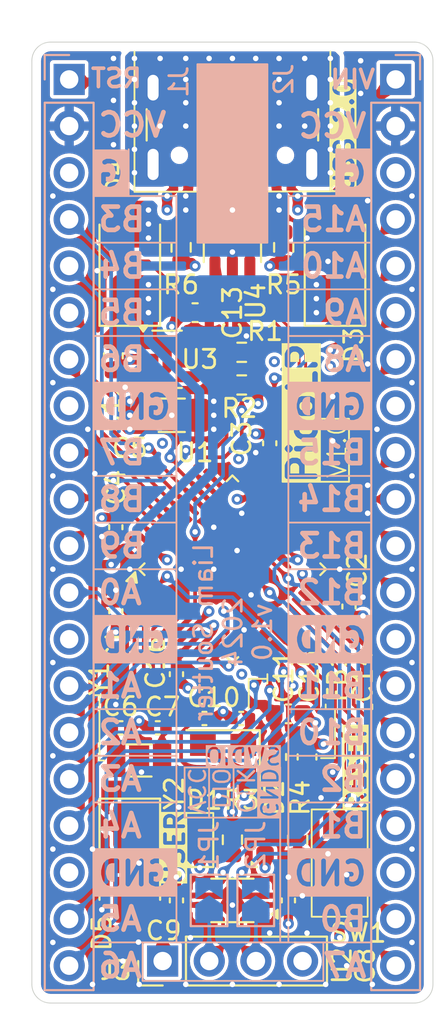
<source format=kicad_pcb>
(kicad_pcb (version 20240108) (generator "pcbnew") (generator_version "8.0")
  (layers (0 "F.Cu" signal) (1 "In1.Cu" signal) (2 "In2.Cu" signal) (31 "B.Cu" signal) (34 "B.Paste" user) (35 "F.Paste" user) (36 "B.SilkS" user "B.Silkscreen") (37 "F.SilkS" user "F.Silkscreen") (38 "B.Mask" user) (39 "F.Mask" user) (44 "Edge.Cuts" user))
  (net 0 "")
  (net 1 "VCC")
  (net 2 "GND")
  (net 3 "/VPROG")
  (net 4 "/USER_LED_A")
  (net 5 "/POWER_LED_A")
  (net 6 "VBUS")
  (net 7 "/VIN")
  (net 8 "/SWDIO_HV")
  (net 9 "/SWCLK_HV")
  (net 10 "/PA3")
  (net 11 "/PB9")
  (net 12 "/PA2")
  (net 13 "/PB4")
  (net 14 "/PA1")
  (net 15 "/PB7")
  (net 16 "/PA5")
  (net 17 "/PB3")
  (net 18 "/PB8")
  (net 19 "/PA6")
  (net 20 "/PA0")
  (net 21 "/PA4")
  (net 22 "/PB6")
  (net 23 "/PB5")
  (net 24 "/NRST")
  (net 25 "/PB14")
  (net 26 "/PB2")
  (net 27 "/PA10")
  (net 28 "/PB10")
  (net 29 "/PA7")
  (net 30 "/PB11")
  (net 31 "/PA15")
  (net 32 "/PB0")
  (net 33 "/PB12")
  (net 34 "/PA9")
  (net 35 "/PB15")
  (net 36 "/PA8")
  (net 37 "/PB13")
  (net 38 "/PB1")
  (net 39 "/SWDIO")
  (net 40 "/SWCLK")
  (net 41 "/USER_LED")
  (net 42 "/OSC_OUT")
  (net 43 "/BOOT0")
  (net 44 "/USB_D+")
  (net 45 "/USB_D-")
  (net 46 "/OSC32_IN")
  (net 47 "/OSC32_OUT")
  (net 48 "/OSC_IN")
  (net 49 "/VREG_IN")
  (net 50 "Net-(J4-CC1)")
  (net 53 "/SHIELD")
  (net 54 "Net-(J4-CC2)")
  (net 55 "VDDA")
  (footprint "Diode_SMD:D_SMA" (layer "F.Cu") (at 85.598 81.026 90)
    (property "Reference" "D3")
    (property "Value" "SS14")
  )
  (footprint "TS-1088:TS-1088" (layer "F.Cu") (at 85.852 113.792 90)
    (property "Reference" "SW1")
    (property "Value" "SW_Push")
  )
  (footprint "LED_SMD:LED_0603_1608Metric" (layer "F.Cu") (at 81.788 112.522 90)
    (property "Reference" "D2")
    (property "Value" "POWER_LED")
  )
  (footprint "Capacitor_SMD:C_0402_1005Metric" (layer "F.Cu") (at 86.36 99.822 -90)
    (property "Reference" "C2")
    (property "Value" "100n")
  )
  (footprint "Package_TO_SOT_SMD:SOT-23-5" (layer "F.Cu") (at 76.454 86.36)
    (property "Reference" "U3")
    (property "Value" "XC6219B332MR")
  )
  (footprint "Capacitor_SMD:C_0402_1005Metric" (layer "F.Cu") (at 73.66 95.504 90)
    (property "Reference" "C4")
    (property "Value" "100n")
  )
  (footprint "Capacitor_SMD:C_0402_1005Metric" (layer "F.Cu") (at 82.042 90.932 90)
    (property "Reference" "C3")
    (property "Value" "100n")
  )
  (footprint "Diode_SMD:D_SMA" (layer "F.Cu") (at 74.422 81.026 90)
    (property "Reference" "D4")
    (property "Value" "SS14")
  )
  (footprint "Capacitor_SMD:C_0402_1005Metric" (layer "F.Cu") (at 83.058 115.824 -90)
    (property "Reference" "C8")
    (property "Value" "100n")
  )
  (footprint "Capacitor_SMD:C_0402_1005Metric" (layer "F.Cu") (at 73.66 100.076 -90)
    (property "Reference" "C1")
    (property "Value" "100n")
  )
  (footprint "Package_SO:VSSOP-8_2.3x2mm_P0.5mm" (layer "F.Cu") (at 80.01 115.824 180)
    (property "Reference" "U2")
    (property "Value" "TXS0102DCU")
  )
  (footprint "Capacitor_SMD:C_0603_1608Metric" (layer "F.Cu") (at 84.074 108.0135 90)
    (property "Reference" "C14")
    (property "Value" "1u")
  )
  (footprint "Resistor_SMD:R_0603_1608Metric" (layer "F.Cu") (at 83.566 112.522 -90)
    (property "Reference" "R4")
    (property "Value" "1K")
  )
  (footprint "Capacitor_SMD:C_0402_1005Metric" (layer "F.Cu") (at 80.49 105.918 180)
    (property "Reference" "C11")
    (property "Value" "18p")
  )
  (footprint "Resistor_SMD:R_0603_1608Metric" (layer "F.Cu") (at 80.01 112.522 90)
    (property "Reference" "R3")
    (property "Value" "1K")
  )
  (footprint "Resistor_SMD:R_0603_1608Metric" (layer "F.Cu") (at 80.518 85.979 180)
    (property "Reference" "R1")
    (property "Value" "100K")
  )
  (footprint "Capacitor_SMD:C_0402_1005Metric" (layer "F.Cu") (at 73.914 106.426)
    (property "Reference" "C6")
    (property "Value" "18p")
  )
  (footprint "Capacitor_SMD:C_0603_1608Metric" (layer "F.Cu") (at 77.978 83.82 180)
    (property "Reference" "C13")
    (property "Value" "1u")
  )
  (footprint "Resistor_SMD:R_0603_1608Metric" (layer "F.Cu") (at 80.518 87.757)
    (property "Reference" "R2")
    (property "Value" "100K")
  )
  (footprint "Capacitor_SMD:C_0402_1005Metric" (layer "F.Cu") (at 75.946 106.426 180)
    (property "Reference" "C7")
    (property "Value" "18p")
  )
  (footprint "Inductor_SMD:L_0603_1608Metric" (layer "F.Cu") (at 82.423 108.0135 90)
    (property "Reference" "FB1")
    (property "Value" "120@100MHZ")
  )
  (footprint "Connector_USB:USB_C_Receptacle_GCT_USB4105-xx-A_16P_TopMnt_Horizontal" (layer "F.Cu") (at 80.01 72.644 180)
    (property "Reference" "J4")
    (property "Value" "TYPE-C 16PIN 2MD(073)")
  )
  (footprint "Capacitor_SMD:C_0402_1005Metric" (layer "F.Cu") (at 76.962 103.505 -90)
    (property "Reference" "C16")
    (property "Value" "100n")
  )
  (footprint "Connector_PinHeader_2.54mm:PinHeader_1x04_P2.54mm_Vertical" (layer "F.Cu") (at 76.21 119.126 90)
    (property "Reference" "J3")
    (property "Value" "SWD")
  )
  (footprint "Capacitor_SMD:C_0402_1005Metric" (layer "F.Cu") (at 78.486 105.918)
    (property "Reference" "C10")
    (property "Value" "18p")
  )
  (footprint "Capacitor_SMD:C_0402_1005Metric" (layer "F.Cu") (at 76.962 115.824 90)
    (property "Reference" "C9")
    (property "Value" "100n")
  )
  (footprint "Resistor_SMD:R_0603_1608Metric" (layer "F.Cu") (at 82.804 80.264 -90)
    (property "Reference" "R5")
    (property "Value" "5K1")
  )
  (footprint "LED_SMD:LED_0603_1608Metric" (layer "F.Cu") (at 78.232 112.522 90)
    (property "Reference" "D1")
    (property "Value" "USER_LED")
  )
  (footprint "Package_TO_SOT_SMD:SOT-23-6" (layer "F.Cu") (at 80.01 80.264 -90)
    (property "Reference" "U4")
    (property "Value" "USBLC6-2SC6")
  )
  (footprint "Crystal:Crystal_SMD_3215-2Pin_3.2x1.5mm" (layer "F.Cu") (at 74.93 108.204)
    (property "Reference" "Y1")
    (property "Value" "X321532768KGD2SI")
  )
  (footprint "Crystal:Crystal_SMD_3225-4Pin_3.2x2.5mm" (layer "F.Cu") (at 79.502 108.204 180)
    (property "Reference" "Y2")
    (property "Value" "X322516MOB4SI")
  )
  (footprint "Capacitor_SMD:C_0603_1608Metric" (layer "F.Cu") (at 83.058 105.664)
    (property "Reference" "C15")
    (property "Value" "1u")
  )
  (footprint "Capacitor_SMD:C_0603_1608Metric" (layer "F.Cu") (at 73.5275 86.172 -90)
    (property "Reference" "C12")
    (property "Value" "1u")
  )
  (footprint "Capacitor_SMD:C_1206_3216Metric" (layer "F.Cu") (at 76.708 89.408 180)
    (property "Reference" "C5")
    (property "Value" "10u")
  )
  (footprint "Package_QFP:LQFP-48_7x7mm_P0.5mm" (layer "F.Cu") (at 80.01 97.79 45)
    (property "Reference" "U1")
    (property "Value" "STM32L051C8Tx")
  )
  (footprint "Resistor_SMD:R_0603_1608Metric" (layer "F.Cu") (at 77.216 80.264 90)
    (property "Reference" "R6")
    (property "Value" "5K1")
  )
  (footprint "Diode_SMD:D_SMA" (layer "F.Cu") (at 74.422 113.792 -90)
    (property "Reference" "D5")
    (property "Value" "SS14")
  )
  (footprint "Connector_PinHeader_2.54mm:PinHeader_1x20_P2.54mm_Vertical" (layer "B.Cu") (at 71.12 71.12 180)
    (property "Reference" "J1")
    (property "Value" "LEFT")
  )
  (footprint "Jumper:SolderJumper-2_P1.3mm_Open_TrianglePad1.0x1.5mm" (layer "B.Cu") (at 81.28 115.824 90)
    (property "Reference" "JP2")
    (property "Value" "SWCLK")
  )
  (footprint "Jumper:SolderJumper-2_P1.3mm_Open_TrianglePad1.0x1.5mm" (layer "B.Cu") (at 78.74 115.824 90)
    (property "Reference" "JP1")
    (property "Value" "SWDIO")
  )
  (footprint "Connector_PinHeader_2.54mm:PinHeader_1x20_P2.54mm_Vertical" (layer "B.Cu") (at 88.9 71.12 180)
    (property "Reference" "J2")
    (property "Value" "RIGHT")
  )
  (gr_line (start 87.503 90.17) (end 83.058 90.17) (stroke (width 0.1)) (layer "B.SilkS"))
  (gr_line (start 77.4065 111.3155) (end 77.4065 108.585) (stroke (width 0.1)) (layer "B.SilkS"))
  (gr_line (start 77.4065 108.585) (end 82.6135 108.585) (stroke (width 0.1)) (layer "B.SilkS"))
  (gr_line (start 87.503 97.79) (end 83.058 97.79) (stroke (width 0.1)) (layer "B.SilkS"))
  (gr_line (start 87.503 113.03) (end 83.058 113.03) (stroke (width 0.1)) (layer "B.SilkS"))
  (gr_line (start 72.517 80.01) (end 76.962 80.01) (stroke (width 0.1)) (layer "B.SilkS"))
  (gr_line (start 72.517 90.17) (end 76.962 90.17) (stroke (width 0.1)) (layer "B.SilkS"))
  (gr_rect (start 78.105 70.2945) (end 81.915 80.01) (stroke (width 0.1)) (fill solid) (layer "B.SilkS"))
  (gr_rect (start 72.5932 113.224) (end 76.7842 115.383) (stroke (width 0.381)) (fill none) (layer "B.SilkS"))
  (gr_line (start 83.058 102.87) (end 83.058 105.41) (stroke (width 0.1)) (layer "B.SilkS"))
  (gr_line (start 87.503 118.11) (end 83.058 118.11) (stroke (width 0.1)) (layer "B.SilkS"))
  (gr_line (start 76.962 77.47) (end 76.962 80.01) (stroke (width 0.1)) (layer "B.SilkS"))
  (gr_line (start 76.962 118.11) (end 83.058 118.11) (stroke (width 0.1)) (layer "B.SilkS"))
  (gr_line (start 83.058 115.57) (end 83.058 118.11) (stroke (width 0.1)) (layer "B.SilkS"))
  (gr_line (start 84.963 120.2055) (end 75.1205 120.2055) (stroke (width 0.1)) (layer "B.SilkS"))
  (gr_line (start 76.962 113.03) (end 76.962 115.57) (stroke (width 0.1)) (layer "B.SilkS"))
  (gr_line (start 87.503 77.47) (end 83.058 77.47) (stroke (width 0.1)) (layer "B.SilkS"))
  (gr_line (start 83.058 115.57) (end 87.503 115.57) (stroke (width 0.1)) (layer "B.SilkS"))
  (gr_line (start 83.058 90.17) (end 83.058 92.71) (stroke (width 0.1)) (layer "B.SilkS"))
  (gr_line (start 87.503 105.41) (end 83.058 105.41) (stroke (width 0.1)) (layer "B.SilkS"))
  (gr_line (start 83.058 87.63) (end 83.058 90.17) (stroke (width 0.1)) (layer "B.SilkS"))
  (gr_line (start 76.962 115.57) (end 76.962 118.11) (stroke (width 0.1)) (layer "B.SilkS"))
  (gr_line (start 72.517 105.41) (end 76.962 105.41) (stroke (width 0.1)) (layer "B.SilkS"))
  (gr_line (start 76.962 115.57) (end 72.517 115.57) (stroke (width 0.1)) (layer "B.SilkS"))
  (gr_line (start 78.74 108.585) (end 78.74 111.3155) (stroke (width 0.1)) (layer "B.SilkS"))
  (gr_rect (start 72.5805 100.5205) (end 76.7715 102.6795) (stroke (width 0.381)) (fill none) (layer "B.SilkS"))
  (gr_line (start 72.517 82.55) (end 76.962 82.55) (stroke (width 0.1)) (layer "B.SilkS"))
  (gr_line (start 72.517 92.71) (end 76.962 92.71) (stroke (width 0.1)) (layer "B.SilkS"))
  (gr_line (start 84.963 118.11) (end 84.963 120.2055) (stroke (width 0.1)) (layer "B.SilkS"))
  (gr_line (start 72.517 107.95) (end 76.962 107.95) (stroke (width 0.1)) (layer "B.SilkS"))
  (gr_line (start 76.962 85.09) (end 76.962 87.63) (stroke (width 0.1)) (layer "B.SilkS"))
  (gr_line (start 72.517 77.47) (end 76.962 77.47) (stroke (width 0.1)) (layer "B.SilkS"))
  (gr_line (start 75.1205 120.2055) (end 75.1205 118.11) (stroke (width 0.1)) (layer "B.SilkS"))
  (gr_line (start 76.962 95.25) (end 76.962 97.79) (stroke (width 0.1)) (layer "B.SilkS"))
  (gr_line (start 72.517 110.49) (end 76.962 110.49) (stroke (width 0.1)) (layer "B.SilkS"))
  (gr_line (start 83.058 80.01) (end 83.058 82.55) (stroke (width 0.1)) (layer "B.SilkS"))
  (gr_line (start 72.517 85.09) (end 76.962 85.09) (stroke (width 0.1)) (layer "B.SilkS"))
  (gr_line (start 76.962 90.17) (end 76.962 92.71) (stroke (width 0.1)) (layer "B.SilkS"))
  (gr_rect (start 72.5932 87.824) (end 76.7842 89.983) (stroke (width 0.381)) (fill none) (layer "B.SilkS"))
  (gr_line (start 81.407 108.585) (end 81.407 111.3155) (stroke (width 0.1)) (layer "B.SilkS"))
  (gr_line (start 85.6615 74.93) (end 85.6615 77.47) (stroke (width 0.1)) (layer "B.SilkS"))
  (gr_line (start 83.058 82.55) (end 83.058 85.09) (stroke (width 0.1)) (layer "B.SilkS"))
  (gr_line (start 83.058 95.25) (end 83.058 97.79) (stroke (width 0.1)) (layer "B.SilkS"))
  (gr_line (start 87.503 102.87) (end 83.058 102.87) (stroke (width 0.1)) (layer "B.SilkS"))
  (gr_line (start 83.058 113.03) (end 83.058 115.57) (stroke (width 0.1)) (layer "B.SilkS"))
  (gr_rect (start 83.2485 100.5205) (end 87.4395 102.6795) (stroke (width 0.381)) (fill none) (layer "B.SilkS"))
  (gr_line (start 72.517 87.63) (end 76.962 87.63) (stroke (width 0.1)) (layer "B.SilkS"))
  (gr_line (start 76.962 92.71) (end 76.962 95.25) (stroke (width 0.1)) (layer "B.SilkS"))
  (gr_line (start 74.3585 74.93) (end 74.3585 77.47) (stroke (width 0.1)) (layer "B.SilkS"))
  (gr_line (start 76.962 110.49) (end 76.962 113.03) (stroke (width 0.1)) (layer "B.SilkS"))
  (gr_line (start 72.517 95.25) (end 76.962 95.25) (stroke (width 0.1)) (layer "B.SilkS"))
  (gr_line (start 82.6135 111.3155) (end 82.6135 118.11) (stroke (width 0.1)) (layer "B.SilkS"))
  (gr_line (start 83.058 100.33) (end 83.058 102.87) (stroke (width 0.1)) (layer "B.SilkS"))
  (gr_line (start 72.517 100.33) (end 76.962 100.33) (stroke (width 0.1)) (layer "B.SilkS"))
  (gr_line (start 80.0735 108.585) (end 80.0735 111.3155) (stroke (width 0.1)) (layer "B.SilkS"))
  (gr_line (start 87.503 92.71) (end 83.058 92.71) (stroke (width 0.1)) (layer "B.SilkS"))
  (gr_line (start 83.058 97.79) (end 83.058 100.33) (stroke (width 0.1)) (layer "B.SilkS"))
  (gr_line (start 87.503 100.33) (end 83.058 100.33) (stroke (width 0.1)) (layer "B.SilkS"))
  (gr_line (start 87.503 80.01) (end 83.058 80.01) (stroke (width 0.1)) (layer "B.SilkS"))
  (gr_line (start 87.503 87.63) (end 83.058 87.63) (stroke (width 0.1)) (layer "B.SilkS"))
  (gr_line (start 87.503 110.49) (end 83.058 110.49) (stroke (width 0.1)) (layer "B.SilkS"))
  (gr_line (start 72.517 118.11) (end 76.962 118.11) (stroke (width 0.1)) (layer "B.SilkS"))
  (gr_line (start 72.517 97.79) (end 76.962 97.79) (stroke (width 0.1)) (layer "B.SilkS"))
  (gr_line (start 87.503 82.55) (end 83.058 82.55) (stroke (width 0.1)) (layer "B.SilkS"))
  (gr_rect (start 85.8393 75.124) (end 87.4268 77.283) (stroke (width 0.381)) (fill none) (layer "B.SilkS"))
  (gr_line (start 76.962 80.01) (end 76.962 82.55) (stroke (width 0.1)) (layer "B.SilkS"))
  (gr_line (start 87.503 74.93) (end 85.6615 74.93) (stroke (width 0.1)) (layer "B.SilkS"))
  (gr_line (start 87.503 107.95) (end 83.058 107.95) (stroke (width 0.1)) (layer "B.SilkS"))
  (gr_line (start 76.962 100.33) (end 76.962 102.87) (stroke (width 0.1)) (layer "B.SilkS"))
  (gr_rect (start 83.2358 87.824) (end 87.4268 89.983) (stroke (width 0.381)) (fill none) (layer "B.SilkS"))
  (gr_line (start 87.503 95.25) (end 83.058 95.25) (stroke (width 0.1)) (layer "B.SilkS"))
  (gr_line (start 82.6135 108.585) (end 82.6135 111.3155) (stroke (width 0.1)) (layer "B.SilkS"))
  (gr_line (start 76.962 102.87) (end 76.962 105.41) (stroke (width 0.1)) (layer "B.SilkS"))
  (gr_line (start 76.962 87.63) (end 76.962 90.17) (stroke (width 0.1)) (layer "B.SilkS"))
  (gr_line (start 83.058 110.49) (end 83.058 113.03) (stroke (width 0.1)) (layer "B.SilkS"))
  (gr_line (start 83.058 92.71) (end 83.058 95.25) (stroke (width 0.1)) (layer "B.SilkS"))
  (gr_line (start 83.058 107.95) (end 83.058 110.49) (stroke (width 0.1)) (layer "B.SilkS"))
  (gr_rect (start 72.5932 75.124) (end 74.1807 77.283) (stroke (width 0.381)) (fill none) (layer "B.SilkS"))
  (gr_line (start 72.517 102.87) (end 76.962 102.87) (stroke (width 0.1)) (layer "B.SilkS"))
  (gr_line (start 76.962 97.79) (end 76.962 100.33) (stroke (width 0.1)) (layer "B.SilkS"))
  (gr_line (start 76.962 82.55) (end 76.962 85.09) (stroke (width 0.1)) (layer "B.SilkS"))
  (gr_line (start 76.962 105.41) (end 76.962 107.95) (stroke (width 0.1)) (layer "B.SilkS"))
  (gr_line (start 83.058 105.41) (end 83.058 107.95) (stroke (width 0.1)) (layer "B.SilkS"))
  (gr_rect (start 83.2358 113.224) (end 87.4268 115.383) (stroke (width 0.381)) (fill none) (layer "B.SilkS"))
  (gr_line (start 76.962 107.95) (end 76.962 110.49) (stroke (width 0.1)) (layer "B.SilkS"))
  (gr_line (start 83.058 77.47) (end 83.058 80.01) (stroke (width 0.1)) (layer "B.SilkS"))
  (gr_line (start 77.4065 111.3155) (end 82.6135 111.3155) (stroke (width 0.1)) (layer "B.SilkS"))
  (gr_line (start 72.517 113.03) (end 76.962 113.03) (stroke (width 0.1)) (layer "B.SilkS"))
  (gr_line (start 87.503 85.09) (end 83.058 85.09) (stroke (width 0.1)) (layer "B.SilkS"))
  (gr_line (start 83.058 85.09) (end 83.058 87.63) (stroke (width 0.1)) (layer "B.SilkS"))
  (gr_line (start 86.36 93.0275) (end 86.36 89.5985) (stroke (width 0.1)) (layer "F.SilkS"))
  (gr_line (start 84.836 93.0275) (end 86.36 93.0275) (stroke (width 0.1)) (layer "F.SilkS"))
  (gr_line (start 85.598 105.41) (end 85.598 108.077) (stroke (width 0.1)) (layer "F.SilkS"))
  (gr_line (start 72.517 104.648) (end 73.025 104.648) (stroke (width 0.1)) (layer "F.SilkS"))
  (gr_line (start 84.836 93.0275) (end 82.7405 93.0275) (stroke (width 0.1)) (layer "F.SilkS"))
  (gr_line (start 85.09 105.156) (end 85.09 105.41) (stroke (width 0.1)) (layer "F.SilkS"))
  (gr_line (start 86.36 89.5985) (end 84.836 89.5985) (stroke (width 0.1)) (layer "F.SilkS"))
  (gr_line (start 74.676 77.2414) (end 74.676 69.596) (stroke (width 0.1)) (layer "F.SilkS"))
  (gr_line (start 85.598 108.077) (end 84.836 108.077) (stroke (width 0.1)) (layer "F.SilkS"))
  (gr_line (start 85.344 77.216) (end 74.676 77.2414) (stroke (width 0.1)) (layer "F.SilkS"))
  (gr_line (start 73.025 108.204) (end 72.771 108.204) (stroke (width 0.1)) (layer "F.SilkS"))
  (gr_line (start 80.899 105.3465) (end 80.899 103.759) (stroke (width 0.1)) (layer "F.SilkS"))
  (gr_line (start 81.915 104.013) (end 81.915 103.505) (stroke (width 0.1)) (layer "F.SilkS"))
  (gr_line (start 72.771 104.648) (end 72.771 108.204) (stroke (width 0.1)) (layer "F.SilkS"))
  (gr_line (start 77.4954 111.0615) (end 78.9686 111.0615) (stroke (width 0.1)) (layer "F.SilkS"))
  (gr_line (start 85.344 69.596) (end 85.344 77.216) (stroke (width 0.1)) (layer "F.SilkS"))
  (gr_line (start 85.09 105.41) (end 87.63 105.41) (stroke (width 0.1)) (layer "F.SilkS"))
  (gr_line (start 80.899 103.759) (end 81.915 103.759) (stroke (width 0.1)) (layer "F.SilkS"))
  (gr_line (start 78.967 111.722) (end 78.9686 111.0615) (stroke (width 0.1)) (layer "F.SilkS"))
  (gr_line (start 87.63 105.41) (end 87.63 105.156) (stroke (width 0.1)) (layer "F.SilkS"))
  (gr_line (start 77.497 111.722) (end 77.4954 111.0615) (stroke (width 0.1)) (layer "F.SilkS"))
  (gr_rect (start 84.328 110.871) (end 87.376 116.713) (stroke (width 0.1)) (fill none) (layer "F.SilkS"))
  (gr_line (start 70.104 69.088) (end 89.916 69.088) (stroke (width 0.05)) (layer "Edge.Cuts"))
  (gr_line (start 69.088 120.396) (end 69.088 70.104) (stroke (width 0.05)) (layer "Edge.Cuts"))
  (gr_line (start 89.916 121.412) (end 70.104 121.412) (stroke (width 0.05)) (layer "Edge.Cuts"))
  (gr_line (start 90.932 70.104) (end 90.932 120.396) (stroke (width 0.05)) (layer "Edge.Cuts"))
  (gr_arc (start 70.104 121.412) (mid 69.38558 121.11442) (end 69.088 120.396) (stroke (width 0.05)) (layer "Edge.Cuts"))
  (gr_arc (start 90.932 120.396) (mid 90.63442 121.11442) (end 89.916 121.412) (stroke (width 0.05)) (layer "Edge.Cuts"))
  (gr_arc (start 69.088 70.104) (mid 69.38558 69.38558) (end 70.104 69.088) (stroke (width 0.05)) (layer "Edge.Cuts"))
  (gr_arc (start 89.916 69.088) (mid 90.63442 69.38558) (end 90.932 70.104) (stroke (width 0.05)) (layer "Edge.Cuts"))
  (gr_text "G" (at 72.5805 76.2635 0) (layer "B.SilkS" knockout) (effects (font (size 1.27 1.27) (thickness 0.254) (bold yes)) (justify right mirror)))
  (gr_text "VCC" (at 87.4395 73.66 0) (layer "B.SilkS") (effects (font (size 1.27 1.27) (thickness 0.254) (bold yes)) (justify left mirror)))
  (gr_text "DIO" (at 79.375 108.5215 -90) (layer "B.SilkS") (effects (font (size 0.889 0.889) (thickness 0.127) (bold yes)) (justify right mirror)))
  (gr_text "B1" (at 87.4395 111.76 0) (layer "B.SilkS") (effects (font (size 1.27 1.27) (thickness 0.254) (bold yes)) (justify left mirror)))
  (gr_text "B0" (at 87.4395 116.84 0) (layer "B.SilkS") (effects (font (size 1.27 1.27) (thickness 0.254) (bold yes)) (justify left mirror)))
  (gr_text "A5" (at 72.5805 116.84 0) (layer "B.SilkS") (effects (font (size 1.27 1.27) (thickness 0.254) (bold yes)) (justify right mirror)))
  (gr_text "A2" (at 72.5805 106.68 0) (layer "B.SilkS") (effects (font (size 1.27 1.27) (thickness 0.254) (bold yes)) (justify right mirror)))
  (gr_text "GND" (at 72.5678 101.66 0) (layer "B.SilkS" knockout) (effects (font (size 1.27 1.27) (thickness 0.254) (bold yes)) (justify right mirror)))
  (gr_text "VIN" (at 87.884 71.12 0) (layer "B.SilkS") (effects (font (size 1 1) (thickness 0.2) (bold yes)) (justify left mirror)))
  (gr_text "B7" (at 72.5805 91.44 0) (layer "B.SilkS") (effects (font (size 1.27 1.27) (thickness 0.254) (bold yes)) (justify right mirror)))
  (gr_text "A9" (at 87.4395 83.82 0) (layer "B.SilkS") (effects (font (size 1.27 1.27) (thickness 0.254) (bold yes)) (justify left mirror)))
  (gr_text "B6" (at 72.5805 86.36 0) (layer "B.SilkS") (effects (font (size 1.27 1.27) (thickness 0.254) (bold yes)) (justify right mirror)))
  (gr_text "A15" (at 87.4395 78.74 0) (layer "B.SilkS") (effects (font (size 1.27 1.27) (thickness 0.254) (bold yes)) (justify left mirror)))
  (gr_text "B11" (at 87.4395 104.14 0) (layer "B.SilkS") (effects (font (size 1.27 1.27) (thickness 0.254) (bold yes)) (justify left mirror)))
  (gr_text "GND" (at 87.4522 101.66 0) (layer "B.SilkS" knockout) (effects (font (size 1.27 1.27) (thickness 0.254) (bold yes)) (justify left mirror)))
  (gr_text "B2" (at 87.4395 109.22 0) (layer "B.SilkS") (effects (font (size 1.27 1.27) (thickness 0.254) (bold yes)) (justify left mirror)))
  (gr_text "A8" (at 87.4395 86.36 0) (layer "B.SilkS") (effects (font (size 1.27 1.27) (thickness 0.254) (bold yes)) (justify left mirror)))
  (gr_text "B13" (at 87.4395 96.52 0) (layer "B.SilkS") (effects (font (size 1.27 1.27) (thickness 0.254) (bold yes)) (justify left mirror)))
  (gr_text "CLK" (at 80.7085 108.5215 -90) (layer "B.SilkS") (effects (font (size 0.889 0.889) (thickness 0.127) (bold yes)) (justify right mirror)))
  (gr_text "VCC" (at 78.0415 108.5215 -90) (layer "B.SilkS") (effects (font (size 0.889 0.889) (thickness 0.127) (bold yes)) (justify right mirror)))
  (gr_text "B12" (at 87.4395 99.06 0) (layer "B.SilkS") (effects (font (size 1.27 1.27) (thickness 0.254) (bold yes)) (justify left mirror)))
  (gr_text "A7" (at 87.4395 119.38 0) (layer "B.SilkS") (effects (font (size 1.27 1.27) (thickness 0.254) (bold yes)) (justify left mirror)))
  (gr_text "RST" (at 72.1995 71.0565 0) (layer "B.SilkS") (effects (font (size 1 1) (thickness 0.2) (bold yes)) (justify right mirror)))
  (gr_text "GND" (at 81.9785 108.5215 -90) (layer "B.SilkS" knockout) (effects (font (size 0.889 0.889) (thickness 0.127) (bold yes)) (justify right mirror)))
  (gr_text "B14" (at 87.4395 93.98 0) (layer "B.SilkS") (effects (font (size 1.27 1.27) (thickness 0.254) (bold yes)) (justify left mirror)))
  (gr_text "B10" (at 87.4395 106.68 0) (layer "B.SilkS") (effects (font (size 1.27 1.27) (thickness 0.254) (bold yes)) (justify left mirror)))
  (gr_text "Liam Soutter\n2024\nv1.0" (at 82.2325 101.219 90) (layer "B.SilkS") (effects (font (size 1 1)) (justify bottom mirror)))
  (gr_text "A1" (at 72.5805 104.14 0) (layer "B.SilkS") (effects (font (size 1.27 1.27) (thickness 0.254) (bold yes)) (justify right mirror)))
  (gr_text "GND" (at 72.5805 114.3635 0) (layer "B.SilkS" knockout) (effects (font (size 1.27 1.27) (thickness 0.254) (bold yes)) (justify right mirror)))
  (gr_text "G" (at 87.4395 76.2635 0) (layer "B.SilkS" knockout) (effects (font (size 1.27 1.27) (thickness 0.254) (bold yes)) (justify left mirror)))
  (gr_text "A0" (at 72.5805 99.06 0) (layer "B.SilkS") (effects (font (size 1.27 1.27) (thickness 0.254) (bold yes)) (justify right mirror)))
  (gr_text "GND" (at 87.4395 88.9635 0) (layer "B.SilkS" knockout) (effects (font (size 1.27 1.27) (thickness 0.254) (bold yes)) (justify left mirror)))
  (gr_text "SWDIO" (at 82.7405 108.0135 0) (layer "B.SilkS" knockout) (effects (font (size 0.889 0.889) (thickness 0.127) (bold yes)) (justify left mirror)))
  (gr_text "B4" (at 72.5805 81.28 0) (layer "B.SilkS") (effects (font (size 1.27 1.27) (thickness 0.254) (bold yes)) (justify right mirror)))
  (gr_text "A4" (at 72.5805 111.76 0) (layer "B.SilkS") (effects (font (size 1.27 1.27) (thickness 0.254) (bold yes)) (justify right mirror)))
  (gr_text "B15" (at 87.4395 91.44 0) (layer "B.SilkS") (effects (font (size 1.27 1.27) (thickness 0.254) (bold yes)) (justify left mirror)))
  (gr_text "B8" (at 72.5805 93.98 0) (layer "B.SilkS") (effects (font (size 1.27 1.27) (thickness 0.254) (bold yes)) (justify right mirror)))
  (gr_text "B5" (at 72.5805 83.82 0) (layer "B.SilkS") (effects (font (size 1.27 1.27) (thickness 0.254) (bold yes)) (justify right mirror)))
  (gr_text "GND" (at 72.5805 88.9635 0) (layer "B.SilkS" knockout) (effects (font (size 1.27 1.27) (thickness 0.254) (bold yes)) (justify right mirror)))
  (gr_text "B9" (at 72.5805 96.52 0) (layer "B.SilkS") (effects (font (size 1.27 1.27) (thickness 0.254) (bold yes)) (justify right mirror)))
  (gr_text "B3" (at 72.5805 78.74 0) (layer "B.SilkS") (effects (font (size 1.27 1.27) (thickness 0.254) (bold yes)) (justify right mirror)))
  (gr_text "A6" (at 72.5805 119.38 0) (layer "B.SilkS") (effects (font (size 1.27 1.27) (thickness 0.254) (bold yes)) (justify right mirror)))
  (gr_text "VCC" (at 72.5805 73.5965 0) (layer "B.SilkS") (effects (font (size 1.27 1.27) (thickness 0.254) (bold yes)) (justify right mirror)))
  (gr_text "A3" (at 72.5805 109.22 0) (layer "B.SilkS") (effects (font (size 1.27 1.27) (thickness 0.254) (bold yes)) (justify right mirror)))
  (gr_text "GND" (at 87.4395 114.3635 0) (layer "B.SilkS" knockout) (effects (font (size 1.27 1.27) (thickness 0.254) (bold yes)) (justify left mirror)))
  (gr_text "A10" (at 87.4395 81.28 0) (layer "B.SilkS") (effects (font (size 1.27 1.27) (thickness 0.254) (bold yes)) (justify left mirror)))
  (gr_text "RESET" (at 87.3506 111.0234 90) (layer "F.SilkS" knockout) (effects (font (size 1 1) (thickness 0.2) (bold yes)) (justify left bottom)))
  (gr_text "USER" (at 77.47 115.062 90) (layer "F.SilkS" knockout) (effects (font (size 1 1) (thickness 0.2) (bold yes)) (justify left bottom)))
  (gr_text "USB 2.0" (at 86.6902 77.4192 90) (layer "F.SilkS" knockout) (effects (font (size 1 1) (thickness 0.2) (bold yes)) (justify left bottom)))
  (gr_text "PicoLP" (at 84.709 93.2815 90) (layer "F.SilkS" knockout) (effects (font (size 1.5 1.5) (thickness 0.3) (bold yes)) (justify left bottom)))
  (gr_text "V1.0" (at 86.2965 92.9005 90) (layer "F.SilkS") (effects (font (size 1 1) (thickness 0.1)) (justify left bottom)))
  (segment (start 84.0615 108.801) (end 84.074 108.7885) (width 0.5) (layer "F.Cu") (net 1))
  (segment (start 74.314912 95.984) (end 75.122124 96.791212) (width 0.3) (layer "F.Cu") (net 1))
  (segment (start 85.677088 99.568) (end 84.897876 98.788788) (width 0.3) (layer "F.Cu") (net 1))
  (segment (start 87.122 99.314) (end 86.388 99.314) (width 0.5) (layer "F.Cu") (net 1))
  (segment (start 73.66 98.933) (end 73.66 99.596) (width 0.5) (layer "F.Cu") (net 1))
  (segment (start 81.41 115.574) (end 78.61 115.574) (width 0.3) (layer "F.Cu") (net 1))
  (segment (start 81.28 91.44) (end 82.014 91.44) (width 0.5) (layer "F.Cu") (net 1))
  (segment (start 82.423 108.801) (end 84.0615 108.801) (width 0.5) (layer "F.Cu") (net 1))
  (segment (start 86.388 99.314) (end 86.36 99.342) (width 0.5) (layer "F.Cu") (net 1))
  (segment (start 74.168 95.984) (end 74.314912 95.984) (width 0.3) (layer "F.Cu") (net 1))
  (segment (start 85.677088 99.568) (end 86.134 99.568) (width 0.5) (layer "F.Cu") (net 1))
  (segment (start 81.41 115.574) (end 82.533 115.574) (width 0.3) (layer "F.Cu") (net 1))
  (segment (start 74.314912 99.596) (end 74.422 99.488912) (width 0.5) (layer "F.Cu") (net 1))
  (segment (start 82.042 91.868912) (end 82.042 91.412) (width 0.5) (layer "F.Cu") (net 1))
  (segment (start 82.533 115.574) (end 83.058 115.049) (width 0.3) (layer "F.Cu") (net 1))
  (segment (start 81.708912 92.202) (end 82.042 91.868912) (width 0.5) (layer "F.Cu") (net 1))
  (segment (start 74.422 99.488912) (end 75.122124 98.788788) (width 0.3) (layer "F.Cu") (net 1))
  (segment (start 83.058 114.554) (end 83.058 115.049) (width 0.5) (layer "F.Cu") (net 1))
  (segment (start 82.014 91.44) (end 82.042 91.412) (width 0.5) (layer "F.Cu") (net 1))
  (segment (start 73.632 96.012) (end 73.66 95.984) (width 0.5) (layer "F.Cu") (net 1))
  (segment (start 74.168 95.984) (end 73.66 95.984) (width 0.5) (layer "F.Cu") (net 1))
  (segment (start 86.134 99.568) (end 86.36 99.342) (width 0.5) (layer "F.Cu") (net 1))
  (segment (start 73.66 99.596) (end 74.314912 99.596) (width 0.5) (layer "F.Cu") (net 1))
  (segment (start 81.008788 92.902124) (end 81.708912 92.202) (width 0.3) (layer "F.Cu") (net 1))
  (segment (start 72.898 96.012) (end 73.632 96.012) (width 0.5) (layer "F.Cu") (net 1))
  (via (at 72.898 116.332) (size 0.6) (drill 0.3) (layers "F.Cu" "B.Cu") (net 1))
  (via (at 87.122 99.314) (size 0.6) (drill 0.3) (layers "F.Cu" "B.Cu") (net 1))
  (via (at 70.231 77.47) (size 0.6) (drill 0.3) (layers "F.Cu" "B.Cu") (net 1))
  (via (at 70.231 107.95) (size 0.6) (drill 0.3) (layers "F.Cu" "B.Cu") (net 1))
  (via (at 89.789 102.87) (size 0.6) (drill 0.3) (layers "F.Cu" "B.Cu") (net 1))
  (via (at 70.231 82.55) (size 0.6) (drill 0.3) (layers "F.Cu" "B.Cu") (net 1))
  (via (at 73.533 69.977) (size 0.6) (drill 0.3) (layers "F.Cu" "B.Cu") (net 1))
  (via (at 74.168 87.884) (size 0.6) (drill 0.3) (layers "F.Cu" "B.Cu") (net 1))
  (via (at 89.789 118.11) (size 0.6) (drill 0.3) (layers "F.Cu" "B.Cu") (net 1))
  (via (at 89.789 82.55) (size 0.6) (drill 0.3) (layers "F.Cu" "B.Cu") (net 1))
  (via (at 74.93 113.792) (size 0.6) (drill 0.3) (layers "F.Cu" "B.Cu") (net 1))
  (via (at 72.517 92.583) (size 0.6) (drill 0.3) (layers "F.Cu" "B.Cu") (net 1))
  (via (at 70.231 92.71) (size 0.6) (drill 0.3) (layers "F.Cu" "B.Cu") (net 1))
  (via (at 72.136 90.17) (size 0.6) (drill 0.3) (layers "F.Cu" "B.Cu") (net 1))
  (via (at 89.789 113.03) (size 0.6) (drill 0.3) (layers "F.Cu" "B.Cu") (net 1))
  (via (at 81.28 91.44) (size 0.6) (drill 0.3) (layers "F.Cu" "B.Cu") (net 1))
  (via (at 72.39 113.03) (size 0.6) (drill 0.3) (layers "F.Cu" "B.Cu") (net 1))
  (via (at 78.994 89.408) (size 0.6) (drill 0.3) (layers "F.Cu" "B.Cu") (net 1))
  (via (at 86.233 119.38) (size 0.6) (drill 0.3) (layers "F.Cu" "B.Cu") (net 1))
  (via (at 80.01 120.396) (size 0.6) (drill 0.3) (layers "F.Cu" "B.Cu") (net 1))
  (via (at 85.217 113.284) (size 0.6) (drill 0.3) (layers "F.Cu" "B.Cu") (net 1))
  (via (at 72.39 120.396) (size 0.6) (drill 0.3) (layers "F.Cu" "B.Cu") (net 1))
  (via (at 85.471 88.392) (size 0.6) (drill 0.3) (layers "F.Cu" "B.Cu") (net 1))
  (via (at 74.041 119.126) (size 0.6) (drill 0.3) (layers "F.Cu" "B.Cu") (net 1))
  (via (at 74.89355 118.095929) (size 0.6) (drill 0.3) (layers "F.Cu" "B.Cu") (net 1))
  (via (at 85.471 90.805) (size 0.6) (drill 0.3) (layers "F.Cu" "B.Cu") (net 1))
  (via (at 87.63 120.396) (size 0.6) (drill 0.3) (layers "F.Cu" "B.Cu") (net 1))
  (via (at 87.884 90.17) (size 0.6) (drill 0.3) (layers "F.Cu" "B.Cu") (net 1))
  (via (at 86.995 70.104) (size 0.6) (drill 0.3) (layers "F.Cu" "B.Cu") (net 1))
  (via (at 75.057 108.839) (size 0.6) (drill 0.3) (layers "F.Cu" "B.Cu") (net 1))
  (via (at 73.66 98.933) (size 0.6) (drill 0.3) (layers "F.Cu" "B.Cu") (net 1))
  (via (at 82.55 120.396) (size 0.6) (drill 0.3) (layers "F.Cu" "B.Cu") (net 1))
  (via (at 79.254768 110.130092) (size 0.6) (drill 0.3) (layers "F.Cu" "B.Cu") (net 1))
  (via (at 80.645 101.092) (size 0.6) (drill 0.3) (layers "F.Cu" "B.Cu") (net 1))
  (via (at 80.772 85.09) (size 0.6) (drill 0.3) (layers "F.Cu" "B.Cu") (net 1))
  (via (at 77.089 110.744) (size 0.6) (drill 0.3) (layers "F.Cu" "B.Cu") (net 1))
  (via (at 81.026 99.187) (size 0.6) (drill 0.3) (layers "F.Cu" "B.Cu") (net 1))
  (via (at 85.09 120.396) (size 0.6) (drill 0.3) (layers "F.Cu" "B.Cu") (net 1))
  (via (at 84.074 79.756) (size 0.6) (drill 0.3) (layers "F.Cu" "B.Cu") (net 1))
  (via (at 87.376 93.218) (size 0.6) (drill 0.3) (layers "F.Cu" "B.Cu") (net 1))
  (via (at 76.708 89.408) (size 0.6) (drill 0.3) (layers "F.Cu" "B.Cu") (net 1))
  (via (at 78.994 95.504) (size 0.6) (drill 0.3) (layers "F.Cu" "B.Cu") (net 1))
  (via (at 78.994 97.79) (size 0.6) (drill 0.3) (layers "F.Cu" "B.Cu") (net 1))
  (via (at 80.518 94.742) (size 0.6) (drill 0.3) (layers "F.Cu" "B.Cu") (net 1))
  (via (at 80.264 96.774) (size 0.6) (drill 0.3) (layers "F.Cu" "B.Cu") (net 1))
  (via (at 78.994 90.17) (size 0.6) (drill 0.3) (layers "F.Cu" "B.Cu") (net 1))
  (via (at 77.47 120.396) (size 0.6) (drill 0.3) (layers "F.Cu" "B.Cu") (net 1))
  (via (at 84.836 110.236) (size 0.6) (drill 0.3) (layers "F.Cu" "B.Cu") (net 1))
  (via (at 73.533 74.676) (size 0.6) (drill 0.3) (layers "F.Cu" "B.Cu") (net 1))
  (via (at 70.231 118.11) (size 0.6) (drill 0.3) (layers "F.Cu" "B.Cu") (net 1))
  (via (at 74.422 97.79) (size 0.6) (drill 0.3) (layers "F.Cu" "B.Cu") (net 1))
  (via (at 87.376 86.614) (size 0.6) (drill 0.3) (layers "F.Cu" "B.Cu") (net 1))
  (via (at 77.216 97.79) (size 0.6) (drill 0.3) (layers "F.Cu" "B.Cu") (net 1))
  (via (at 82.042 117.602) (size 0.6) (drill 0.3) (layers "F.Cu" "B.Cu") (net 1))
  (via (at 73.533 72.263) (size 0.6) (drill 0.3) (layers "F.Cu" "B.Cu") (net 1))
  (via (at 85.217 81.026) (size 0.6) (drill 0.3) (layers "F.Cu" "B.Cu") (net 1))
  (via (at 83.058 114.554) (size 0.6) (drill 0.3) (layers "F.Cu" "B.Cu") (net 1))
  (via (at 87.376 77.724) (size 0.6) (drill 0.3) (layers "F.Cu" "B.Cu") (net 1))
  (via (at 70.231 102.87) (size 0.6) (drill 0.3) (layers "F.Cu" "B.Cu") (net 1))
  (via (at 77.724 117.856) (size 0.6) (drill 0.3) (layers "F.Cu" "B.Cu") (net 1))
  (via (at 89.789 77.47) (size 0.6) (drill 0.3) (layers "F.Cu" "B.Cu") (net 1))
  (via (at 86.995 71.882) (size 0.6) (drill 0.3) (layers "F.Cu" "B.Cu") (net 1))
  (via (at 83.82 115.57) (size 0.6) (drill 0.3) (layers "F.Cu" "B.Cu") (net 1))
  (via (at 70.231 97.79) (size 0.6) (drill 0.3) (layers "F.Cu" "B.Cu") (net 1))
  (via (at 78.994 88.646) (size 0.6) (drill 0.3) (layers "F.Cu" "B.Cu") (net 1))
  (via (at 74.93 120.396) (size 0.6) (drill 0.3) (layers "F.Cu" "B.Cu") (net 1))
  (via (at 72.898 96.012) (size 0.6) (drill 0.3) (layers "F.Cu" "B.Cu") (net 1))
  (via (at 85.852 97.79) (size 0.6) (drill 0.3) (layers "F.Cu" "B.Cu") (net 1))
  (via (at 89.789 97.79) (size 0.6) (drill 0.3) (layers "F.Cu" "B.Cu") (net 1))
  (via (at 86.233 114.427) (size 0.6) (drill 0.3) (layers "F.Cu" "B.Cu") (net 1))
  (via (at 73.66 105.156) (size 0.6) (drill 0.3) (layers "F.Cu" "B.Cu") (net 1))
  (via (at 80.01 116.078) (size 0.6) (drill 0.3) (layers "F.Cu" "B.Cu") (net 1))
  (via (at 89.789 87.63) (size 0.6) (drill 0.3) (layers "F.Cu" "B.Cu") (net 1))
  (via (at 70.231 113.03) (size 0.6) (drill 0.3) (layers "F.Cu" "B.Cu") (net 1))
  (via (at 89.789 92.71) (size 0.6) (drill 0.3) (layers "F.Cu" "B.Cu") (net 1))
  (via (at 72.644 81.534) (size 0.6) (drill 0.3) (layers "F.Cu" "B.Cu") (net 1))
  (via (at 89.789 107.95) (size 0.6) (drill 0.3) (layers "F.Cu" "B.Cu") (net 1))
  (via (at 87.376 94.742) (size 0.6) (drill 0.3) (layers "F.Cu" "B.Cu") (net 1))
  (via (at 84.074 117.602) (size 0.6) (drill 0.3) (layers "F.Cu" "B.Cu") (net 1))
  (via (at 70.231 87.63) (size 0.6) (drill 0.3) (layers "F.Cu" "B.Cu") (net 1))
  (segment (start 74.549 106.426) (end 74.93 106.045) (width 0.5) (layer "F.Cu") (net 2))
  (segment (start 81.407 87.821) (end 81.343 87.757) (width 0.5) (layer "F.Cu") (net 2))
  (segment (start 83.82 98.41802) (end 84.544322 99.142342) (width 0.3) (layer "F.Cu") (net 2))
  (segment (start 77.978 81.28) (end 77.787 81.089) (width 0.5) (layer "F.Cu") (net 2))
  (segment (start 76.962 114.554) (end 76.962 115.049) (width 0.5) (layer "F.Cu") (net 2))
  (segment (start 80.63802 93.98) (end 81.362342 93.255678) (width 0.3) (layer "F.Cu") (net 2))
  (segment (start 79.883 105.918) (end 79.502 105.537) (width 0.5) (layer "F.Cu") (net 2))
  (segment (start 76.708 84.582) (end 77.203 84.087) (width 0.5) (layer "F.Cu") (net 2))
  (segment (start 77.787 81.089) (end 77.216 81.089) (width 0.5) (layer "F.Cu") (net 2))
  (segment (start 83.21 77.114) (end 83.566 77.47) (width 0.5) (layer "F.Cu") (net 2))
  (segment (start 76.962 103.985) (end 77.315 103.985) (width 0.5) (layer "F.Cu") (net 2))
  (segment (start 78.734873 100.08113) (end 78.734873 100.125787) (width 0.3) (layer "F.Cu") (net 2))
  (segment (start 82.014 90.424) (end 82.042 90.452) (width 0.5) (layer "F.Cu") (net 2))
  (segment (start 76.454 77.47) (end 76.81 77.114) (width 0.5) (layer "F.Cu") (net 2))
  (segment (start 74.394 106.426) (end 74.549 106.426) (width 0.5) (layer "F.Cu") (net 2))
  (segment (start 79.121 105.918) (end 79.502 105.537) (width 0.5) (layer "F.Cu") (net 2))
  (segment (start 74.1145 86.36) (end 73.5275 86.947) (width 0.5) (layer "F.Cu") (net 2))
  (segment (start 80.602 109.054) (end 80.352 109.054) (width 0.5) (layer "F.Cu") (net 2))
  (segment (start 78.734873 100.125787) (end 77.596998 101.263662) (width 0.3) (layer "F.Cu") (net 2))
  (segment (start 77.315 103.985) (end 77.597 104.267) (width 0.5) (layer "F.Cu") (net 2))
  (segment (start 84.538512 106.154352) (end 84.323352 106.154352) (width 0.5) (layer "F.Cu") (net 2))
  (segment (start 85.852 117.856) (end 85.852 116.629) (width 0.5) (layer "F.Cu") (net 2))
  (segment (start 80.01 79.1265) (end 80.01 78.232) (width 0.5) (layer "F.Cu") (net 2))
  (segment (start 82.233 81.089) (end 82.804 81.089) (width 0.5) (layer "F.Cu") (net 2))
  (segment (start 80.645 110.109) (end 80.645 109.097) (width 0.5) (layer "F.Cu") (net 2))
  (segment (start 76.32002 97.282) (end 76.454 97.282) (width 0.3) (layer "F.Cu") (net 2))
  (segment (start 83.058 117.094) (end 83.058 116.599) (width 0.5) (layer "F.Cu") (net 2))
  (segment (start 81.28 90.424) (end 82.014 90.424) (width 0.5) (layer "F.Cu") (net 2))
  (segment (start 73.66 100.556) (end 73.66 101.219) (width 0.5) (layer "F.Cu") (net 2))
  (segment (start 77.203 84.087) (end 77.203 83.82) (width 0.5) (layer "F.Cu") (net 2))
  (segment (start 75.475678 96.437658) (end 76.32002 97.282) (width 0.3) (layer "F.Cu") (net 2))
  (segment (start 78.966 105.918) (end 79.121 105.918) (width 0.5) (layer "F.Cu") (net 2))
  (segment (start 81.41 116.074) (end 82.533 116.074) (width 0.3) (layer "F.Cu") (net 2))
  (segment (start 75.466 106.426) (end 75.311 106.426) (width 0.5) (layer "F.Cu") (net 2))
  (segment (start 84.323352 106.154352) (end 83.833 105.664) (width 0.5) (layer "F.Cu") (net 2))
  (segment (start 82.533 116.074) (end 83.058 116.599) (width 0.3) (layer "F.Cu") (net 2))
  (segment (start 76.454 78.232) (end 76.454 77.47) (width 0.5) (layer "F.Cu") (net 2))
  (segment (start 83.566 77.47) (end 83.566 78.232) (width 0.5) (layer "F.Cu") (net 2))
  (segment (start 74.422 86.36) (end 74.1145 86.36) (width 0.5) (layer "F.Cu") (net 2))
  (segment (start 75.3165 86.36) (end 74.422 86.36) (width 0.5) (layer "F.Cu") (net 2))
  (segment (start 72.898 94.996) (end 73.673 94.996) (width 0.5) (layer "F.Cu") (net 2))
  (segment (start 80.352 109.054) (end 78.652 107.354) (width 0.5) (layer "F.Cu") (net 2))
  (segment (start 80.01 105.918) (end 79.883 105.918) (width 0.5) (layer "F.Cu") (net 2))
  (segment (start 78.652 107.354) (end 78.402 107.354) (width 0.5) (layer "F.Cu") (net 2))
  (segment (start 87.122 100.33) (end 86.388 100.33) (width 0.5) (layer "F.Cu") (net 2))
  (segment (start 84.963 107.315) (end 84.1505 107.315) (width 0.5) (layer "F.Cu") (net 2))
  (segment (start 83.82 98.044) (end 83.82 98.41802) (width 0.3) (layer "F.Cu") (net 2))
  (segment (start 78.232 114.046) (end 78.232 113.3095) (width 0.5) (layer "F.Cu") (net 2))
  (segment (start 75.311 106.426) (end 74.93 106.045) (width 0.5) (layer "F.Cu") (net 2))
  (segment (start 84.1505 107.315) (end 84.074 107.2385) (width 0.5) (layer "F.Cu") (net 2))
  (segment (start 81.788 114.046) (end 81.788 113.3095) (width 0.5) (layer "F.Cu") (net 2))
  (segment (start 81.407 88.773) (end 81.407 87.821) (width 0.5) (layer "F.Cu") (net 2))
  (segment (start 80.264 93.98) (end 80.63802 93.98) (width 0.3) (layer "F.Cu") (net 2))
  (segment (start 83.21 76.324) (end 83.21 77.114) (width 0.5) (layer "F.Cu") (net 2))
  (segment (start 82.042 81.28) (end 82.233 81.089) (width 0.5) (layer "F.Cu") (net 2))
  (segment (start 80.645 109.097) (end 80.602 109.054) (width 0.5) (layer "F.Cu") (net 2))
  (segment (start 76.81 77.114) (end 76.81 76.324) (width 0.5) (layer "F.Cu") (net 2))
  (segment (start 86.388 100.33) (end 86.36 100.302) (width 0.5) (layer "F.Cu") (net 2))
  (via (at 82.296 86.487) (size 0.6) (drill 0.3) (layers "F.Cu" "B.Cu") (net 2))
  (via (at 76.708 84.582) (size 0.6) (drill 0.3) (layers "F.Cu" "B.Cu") (net 2))
  (via (at 76.2 90.932) (size 0.6) (drill 0.3) (layers "F.Cu" "B.Cu") (net 2))
  (via (at 76.454 78.232) (size 0.6) (drill 0.3) (layers "F.Cu" "B.Cu") (net 2))
  (via (at 77.597 104.267) (size 0.6) (drill 0.3) (layers "F.Cu" "B.Cu") (net 2))
  (via (at 76.454 97.282) (size 0.6) (drill 0.3) (layers "F.Cu" "B.Cu") (net 2))
  (via (at 81.788 114.046) (size 0.6) (drill 0.3) (layers "F.Cu" "B.Cu") (net 2))
  (via (at 74.93 106.045) (size 0.6) (drill 0.3) (layers "F.Cu" "B.Cu") (net 2))
  (via (at 72.898 94.996) (size 0.6) (drill 0.3) (layers "F.Cu" "B.Cu") (net 2))
  (via (at 84.538512 106.154352) (size 0.6) (drill 0.3) (layers "F.Cu" "B.Cu") (net 2))
  (via (at 87.122 100.33) (size 0.6) (drill 0.3) (layers "F.Cu" "B.Cu") (net 2))
  (via (at 82.042 81.28) (size 0.6) (drill 0.3) (layers "F.Cu" "B.Cu") (net 2))
  (via (at 76.454 77.47) (size 0.6) (drill 0.3) (layers "F.Cu" "B.Cu") (net 2))
  (via (at 80.01 78.232) (size 0.6) (drill 0.3) (layers "F.Cu" "B.Cu") (net 2))
  (via (at 81.407 88.773) (size 0.6) (drill 0.3) (layers "F.Cu" "B.Cu") (net 2))
  (via (at 74.422 89.408) (size 0.6) (drill 0.3) (layers "F.Cu" "B.Cu") (net 2))
  (via (at 81.28 90.424) (size 0.6) (drill 0.3) (layers "F.Cu" "B.Cu") (net 2))
  (via (at 83.312 104.14) (size 0.6) (drill 0.3) (layers "F.Cu" "B.Cu") (net 2))
  (via (at 74.422 86.36) (size 0.6) (drill 0.3) (layers "F.Cu" "B.Cu") (net 2))
  (via (at 83.566 77.47) (size 0.6) (drill 0.3) (layers "F.Cu" "B.Cu") (net 2))
  (via (at 76.962 114.554) (size 0.6) (drill 0.3) (layers "F.Cu" "B.Cu") (net 2))
  (via (at 74.422 90.17) (size 0.6) (drill 0.3) (layers "F.Cu" "B.Cu") (net 2))
  (via (at 84.963 107.315) (size 0.6) (drill 0.3) (layers "F.Cu" "B.Cu") (net 2))
  (via (at 77.978 81.28) (size 0.6) (drill 0.3) (layers "F.Cu" "B.Cu") (net 2))
  (via (at 85.852 117.856) (size 0.6) (drill 0.3) (layers "F.Cu" "B.Cu") (net 2))
  (via (at 80.350529 91.780529) (size 0.6) (drill 0.3) (layers "F.Cu" "B.Cu") (net 2))
  (via (at 78.232 114.046) (size 0.6) (drill 0.3) (layers "F.Cu" "B.Cu") (net 2))
  (via (at 83.566 78.232) (size 0.6) (drill 0.3) (layers "F.Cu" "B.Cu") (net 2))
  (via (at 79.502 105.537) (size 0.6) (drill 0.3) (layers "F.Cu" "B.Cu") (net 2))
  (via (at 78.734873 100.08113) (size 0.6) (drill 0.3) (layers "F.Cu" "B.Cu") (net 2))
  (via (at 83.82 98.044) (size 0.6) (drill 0.3) (layers "F.Cu" "B.Cu") (net 2))
  (via (at 80.518 103.505) (size 0.6) (drill 0.3) (layers "F.Cu" "B.Cu") (net 2))
  (via (at 80.264 93.98) (size 0.6) (drill 0.3) (layers "F.Cu" "B.Cu") (net 2))
  (via (at 83.058 117.094) (size 0.6) (drill 0.3) (layers "F.Cu" "B.Cu") (net 2))
  (via (at 85.344 86.741) (size 0.6) (drill 0.3) (layers "F.Cu" "B.Cu") (net 2))
  (via (at 80.645 110.109) (size 0.6) (drill 0.3) (layers "F.Cu" "B.Cu") (net 2))
  (via (at 73.66 101.219) (size 0.6) (drill 0.3) (layers "F.Cu" "B.Cu") (net 2))
  (via (at 74.422 88.646) (size 0.6) (drill 0.3) (layers "F.Cu" "B.Cu") (net 2))
  (segment (start 77.487 116.074) (end 78.61 116.074) (width 0.3) (layer "F.Cu") (net 3))
  (segment (start 75.819 115.792) (end 76.331 116.304) (width 0.5) (layer "F.Cu") (net 3))
  (segment (start 76.962 116.599) (end 77.487 116.074) (width 0.3) (layer "F.Cu") (net 3))
  (segment (start 74.422 115.792) (end 75.819 115.792) (width 0.5) (layer "F.Cu") (net 3))
  (segment (start 76.331 116.304) (end 76.962 116.304) (width 0.5) (layer "F.Cu") (net 3))
  (segment (start 76.21 117.846) (end 76.21 119.126) (width 0.5) (layer "F.Cu") (net 3))
  (segment (start 76.962 116.599) (end 76.962 117.094) (width 0.5) (layer "F.Cu") (net 3))
  (segment (start 76.962 117.094) (end 76.21 117.846) (width 0.5) (layer "F.Cu") (net 3))
  (segment (start 78.232 111.76) (end 78.232 111.7345) (width 0.2) (layer "F.Cu") (net 4))
  (segment (start 80.01 113.284) (end 79.756 113.284) (width 0.2) (layer "F.Cu") (net 4))
  (segment (start 79.756 113.284) (end 78.232 111.76) (width 0.2) (layer "F.Cu") (net 4))
  (segment (start 81.8255 111.697) (end 81.788 111.7345) (width 0.2) (layer "F.Cu") (net 5))
  (segment (start 83.566 111.697) (end 81.8255 111.697) (width 0.2) (layer "F.Cu") (net 5))
  (segment (start 80.01 80.518) (end 80.01 81.4015) (width 0.5) (layer "F.Cu") (net 6))
  (segment (start 82.41 77.33) (end 82.55 77.47) (width 0.5) (layer "F.Cu") (net 6))
  (segment (start 77.47 77.47) (end 77.47 78.232) (width 0.5) (layer "F.Cu") (net 6))
  (segment (start 82.55 77.47) (end 82.55 78.232) (width 0.5) (layer "F.Cu") (net 6))
  (segment (start 77.61 76.324) (end 77.61 77.33) (width 0.5) (layer "F.Cu") (net 6))
  (segment (start 82.41 76.324) (end 82.41 77.33) (width 0.5) (layer "F.Cu") (net 6))
  (segment (start 77.61 77.33) (end 77.47 77.47) (width 0.5) (layer "F.Cu") (net 6))
  (via (at 75.438 78.994) (size 0.6) (drill 0.3) (layers "F.Cu" "B.Cu") (net 6))
  (via (at 77.47 77.47) (size 0.6) (drill 0.3) (layers "F.Cu" "B.Cu") (net 6))
  (via (at 82.55 77.47) (size 0.6) (drill 0.3) (layers "F.Cu" "B.Cu") (net 6))
  (via (at 80.01 80.518) (size 0.6) (drill 0.3) (layers "F.Cu" "B.Cu") (net 6))
  (via (at 82.55 78.232) (size 0.6) (drill 0.3) (layers "F.Cu" "B.Cu") (net 6))
  (via (at 75.438 79.756) (size 0.6) (drill 0.3) (layers "F.Cu" "B.Cu") (net 6))
  (via (at 77.47 78.232) (size 0.6) (drill 0.3) (layers "F.Cu" "B.Cu") (net 6))
  (via (at 75.438 78.232) (size 0.6) (drill 0.3) (layers "F.Cu" "B.Cu") (net 6))
  (segment (start 87.122 75.819) (end 87.122 72.898) (width 0.5) (layer "F.Cu") (net 7))
  (segment (start 85.598 79.026) (end 85.598 77.343) (width 0.5) (layer "F.Cu") (net 7))
  (segment (start 87.122 72.898) (end 88.9 71.12) (width 0.5) (layer "F.Cu") (net 7))
  (segment (start 85.598 77.343) (end 87.122 75.819) (width 0.5) (layer "F.Cu") (net 7))
  (segment (start 79.236 116.574) (end 78.61 116.574) (width 0.2) (layer "F.Cu") (net 8))
  (segment (start 78.75 119.126) (end 79.502 118.374) (width 0.2) (layer "F.Cu") (net 8))
  (segment (start 79.502 118.374) (end 79.502 116.84) (width 0.2) (layer "F.Cu") (net 8))
  (segment (start 79.502 116.84) (end 79.236 116.574) (width 0.2) (layer "F.Cu") (net 8))
  (segment (start 78.75 119.126) (end 78.75 116.559) (width 0.2) (layer "B.Cu") (net 8))
  (segment (start 78.75 116.559) (end 78.74 116.549) (width 0.2) (layer "B.Cu") (net 8))
  (segment (start 80.784 116.574) (end 81.41 116.574) (width 0.2) (layer "F.Cu") (net 9))
  (segment (start 81.28 119.126) (end 80.518 118.364) (width 0.2) (layer "F.Cu") (net 9))
  (segment (start 81.29 119.126) (end 81.28 119.126) (width 0.2) (layer "F.Cu") (net 9))
  (segment (start 80.518 116.84) (end 80.784 116.574) (width 0.2) (layer "F.Cu") (net 9))
  (segment (start 80.518 118.364) (end 80.518 116.84) (width 0.2) (layer "F.Cu") (net 9))
  (segment (start 81.29 119.126) (end 81.29 116.559) (width 0.2) (layer "B.Cu") (net 9))
  (segment (start 81.29 116.559) (end 81.28 116.549) (width 0.2) (layer "B.Cu") (net 9))
  (segment (start 81.534 103.203088) (end 81.008788 102.677876) (width 0.2) (layer "F.Cu") (net 10))
  (segment (start 81.183358 104.098409) (end 81.534 103.747767) (width 0.2) (layer "F.Cu") (net 10))
  (segment (start 81.534 103.747767) (end 81.534 103.203088) (width 0.2) (layer "F.Cu") (net 10))
  (via (at 81.183358 104.098409) (size 0.6) (drill 0.3) (layers "F.Cu" "B.Cu") (net 10))
  (segment (start 79.848 106.68) (end 73.66 106.68) (width 0.2) (layer "B.Cu") (net 10))
  (segment (start 81.28 104.195051) (end 81.28 105.248) (width 0.2) (layer "B.Cu") (net 10))
  (segment (start 81.183358 104.098409) (end 81.28 104.195051) (width 0.2) (layer "B.Cu") (net 10))
  (segment (start 73.66 106.68) (end 71.12 109.22) (width 0.2) (layer "B.Cu") (net 10))
  (segment (start 81.28 105.248) (end 79.848 106.68) (width 0.2) (layer "B.Cu") (net 10))
  (segment (start 72.136 94.742) (end 72.136 95.504) (width 0.2) (layer "F.Cu") (net 11))
  (segment (start 75.829231 96.084105) (end 73.979126 94.234) (width 0.2) (layer "F.Cu") (net 11))
  (segment (start 73.979126 94.234) (end 72.644 94.234) (width 0.2) (layer "F.Cu") (net 11))
  (segment (start 72.644 94.234) (end 72.136 94.742) (width 0.2) (layer "F.Cu") (net 11))
  (segment (start 72.136 95.504) (end 71.12 96.52) (width 0.2) (layer "F.Cu") (net 11))
  (segment (start 79.530842 103.066313) (end 79.142405 102.677876) (width 0.2) (layer "F.Cu") (net 12))
  (segment (start 79.142405 102.677876) (end 79.011212 102.677876) (width 0.2) (layer "F.Cu") (net 12))
  (segment (start 79.813687 103.066313) (end 79.530842 103.066313) (width 0.2) (layer "F.Cu") (net 12))
  (via (at 79.813687 103.066313) (size 0.6) (drill 0.3) (layers "F.Cu" "B.Cu") (net 12))
  (segment (start 79.617374 102.87) (end 74.93 102.87) (width 0.2) (layer "B.Cu") (net 12))
  (segment (start 74.93 102.87) (end 71.12 106.68) (width 0.2) (layer "B.Cu") (net 12))
  (segment (start 79.813687 103.066313) (end 79.617374 102.87) (width 0.2) (layer "B.Cu") (net 12))
  (segment (start 75.819 91.567) (end 75.819 91.831234) (width 0.2) (layer "F.Cu") (net 13))
  (segment (start 75.438 91.186) (end 75.819 91.567) (width 0.2) (layer "F.Cu") (net 13))
  (segment (start 75.819 91.831234) (end 77.950551 93.962785) (width 0.2) (layer "F.Cu") (net 13))
  (via (at 75.438 91.186) (size 0.6) (drill 0.3) (layers "F.Cu" "B.Cu") (net 13))
  (segment (start 74.93 91.44) (end 73.66 91.44) (width 0.2) (layer "B.Cu") (net 13))
  (segment (start 75.438 91.186) (end 75.184 91.186) (width 0.2) (layer "B.Cu") (net 13))
  (segment (start 72.898 83.058) (end 71.12 81.28) (width 0.2) (layer "B.Cu") (net 13))
  (segment (start 75.184 91.186) (end 74.93 91.44) (width 0.2) (layer "B.Cu") (net 13))
  (segment (start 73.66 91.44) (end 72.898 90.678) (width 0.2) (layer "B.Cu") (net 13))
  (segment (start 72.898 90.678) (end 72.898 83.058) (width 0.2) (layer "B.Cu") (net 13))
  (segment (start 79.756 101.22598) (end 78.657658 102.324322) (width 0.2) (layer "F.Cu") (net 14))
  (segment (start 79.534857 100.07578) (end 79.756 100.296923) (width 0.2) (layer "F.Cu") (net 14))
  (segment (start 79.756 100.296923) (end 79.756 101.22598) (width 0.2) (layer "F.Cu") (net 14))
  (via (at 79.534857 100.07578) (size 0.6) (drill 0.3) (layers "F.Cu" "B.Cu") (net 14))
  (segment (start 79.756 100.296923) (end 79.756 101.008264) (width 0.2) (layer "B.Cu") (net 14))
  (segment (start 79.534857 100.07578) (end 79.756 100.296923) (width 0.2) (layer "B.Cu") (net 14))
  (segment (start 78.910264 101.854) (end 74.676 101.854) (width 0.2) (layer "B.Cu") (net 14))
  (segment (start 79.756 101.008264) (end 78.910264 101.854) (width 0.2) (layer "B.Cu") (net 14))
  (segment (start 72.39 104.14) (end 71.12 104.14) (width 0.2) (layer "B.Cu") (net 14))
  (segment (start 74.676 101.854) (end 72.39 104.14) (width 0.2) (layer "B.Cu") (net 14))
  (segment (start 71.12 91.44) (end 73.306446 91.44) (width 0.2) (layer "F.Cu") (net 15))
  (segment (start 73.306446 91.44) (end 76.889891 95.023445) (width 0.2) (layer "F.Cu") (net 15))
  (segment (start 82.804 103.378) (end 82.804 103.058874) (width 0.2) (layer "F.Cu") (net 16))
  (segment (start 82.804 103.058874) (end 81.715895 101.970769) (width 0.2) (layer "F.Cu") (net 16))
  (via (at 82.804 103.378) (size 0.6) (drill 0.3) (layers "F.Cu" "B.Cu") (net 16))
  (segment (start 73.152 114.808) (end 71.12 116.84) (width 0.2) (layer "B.Cu") (net 16))
  (segment (start 82.804 103.378) (end 82.712 103.47) (width 0.2) (layer "B.Cu") (net 16))
  (segment (start 82.712 103.47) (end 82.712 105.502) (width 0.2) (layer "B.Cu") (net 16))
  (segment (start 80.518 107.696) (end 74.168 107.696) (width 0.2) (layer "B.Cu") (net 16))
  (segment (start 82.712 105.502) (end 80.518 107.696) (width 0.2) (layer "B.Cu") (net 16))
  (segment (start 73.152 108.712) (end 73.152 114.808) (width 0.2) (layer "B.Cu") (net 16))
  (segment (start 74.168 107.696) (end 73.152 108.712) (width 0.2) (layer "B.Cu") (net 16))
  (segment (start 76.607516 91.694) (end 76.962 92.048484) (width 0.2) (layer "F.Cu") (net 17))
  (segment (start 76.962 92.048484) (end 76.962 92.267126) (width 0.2) (layer "F.Cu") (net 17))
  (segment (start 76.962 92.267126) (end 78.304105 93.609231) (width 0.2) (layer "F.Cu") (net 17))
  (via (at 76.607516 91.694) (size 0.6) (drill 0.3) (layers "F.Cu" "B.Cu") (net 17))
  (segment (start 76.607516 91.373013) (end 76.8 91.180529) (width 0.2) (layer "B.Cu") (net 17))
  (segment (start 73.406 81.026) (end 71.12 78.74) (width 0.2) (layer "B.Cu") (net 17))
  (segment (start 76.8 91.180529) (end 76.8 90.683471) (width 0.2) (layer "B.Cu") (net 17))
  (segment (start 73.914 90.932) (end 73.406 90.424) (width 0.2) (layer "B.Cu") (net 17))
  (segment (start 74.676 90.932) (end 73.914 90.932) (width 0.2) (layer "B.Cu") (net 17))
  (segment (start 76.448529 90.332) (end 75.276 90.332) (width 0.2) (layer "B.Cu") (net 17))
  (segment (start 75.276 90.332) (end 74.676 90.932) (width 0.2) (layer "B.Cu") (net 17))
  (segment (start 73.406 90.424) (end 73.406 81.026) (width 0.2) (layer "B.Cu") (net 17))
  (segment (start 76.607516 91.694) (end 76.607516 91.373013) (width 0.2) (layer "B.Cu") (net 17))
  (segment (start 76.8 90.683471) (end 76.448529 90.332) (width 0.2) (layer "B.Cu") (net 17))
  (segment (start 76.182785 95.730551) (end 74.178234 93.726) (width 0.2) (layer "F.Cu") (net 18))
  (segment (start 74.178234 93.726) (end 72.39 93.726) (width 0.2) (layer "F.Cu") (net 18))
  (segment (start 72.136 93.98) (end 71.12 93.98) (width 0.2) (layer "F.Cu") (net 18))
  (segment (start 72.39 93.726) (end 72.136 93.98) (width 0.2) (layer "F.Cu") (net 18))
  (segment (start 83.754405 103.443595) (end 83.754405 103.302171) (width 0.2) (layer "F.Cu") (net 19))
  (segment (start 83.754405 103.302171) (end 82.069449 101.617215) (width 0.2) (layer "F.Cu") (net 19))
  (via (at 83.754405 103.443595) (size 0.6) (drill 0.3) (layers "F.Cu" "B.Cu") (net 19))
  (segment (start 84.074 104.422843) (end 84.074 103.76319) (width 0.2) (layer "B.Cu") (net 19))
  (segment (start 83.312 105.664) (end 83.312 105.184843) (width 0.2) (layer "B.Cu") (net 19))
  (segment (start 71.12 119.38) (end 73.66 116.84) (width 0.2) (layer "B.Cu") (net 19))
  (segment (start 84.074 103.76319) (end 83.754405 103.443595) (width 0.2) (layer "B.Cu") (net 19))
  (segment (start 74.422 108.204) (end 80.772 108.204) (width 0.2) (layer "B.Cu") (net 19))
  (segment (start 73.66 108.966) (end 74.422 108.204) (width 0.2) (layer "B.Cu") (net 19))
  (segment (start 83.312 105.184843) (end 84.074 104.422843) (width 0.2) (layer "B.Cu") (net 19))
  (segment (start 80.772 108.204) (end 83.312 105.664) (width 0.2) (layer "B.Cu") (net 19))
  (segment (start 73.66 116.84) (end 73.66 108.966) (width 0.2) (layer "B.Cu") (net 19))
  (segment (start 78.994 101.280874) (end 78.304105 101.970769) (width 0.2) (layer "F.Cu") (net 20))
  (segment (start 78.994 100.838) (end 78.994 101.280874) (width 0.2) (layer "F.Cu") (net 20))
  (via (at 78.994 100.838) (size 0.6) (drill 0.3) (layers "F.Cu" "B.Cu") (net 20))
  (segment (start 72.644 99.06) (end 71.12 99.06) (width 0.2) (layer "B.Cu") (net 20))
  (segment (start 74.422 100.838) (end 72.644 99.06) (width 0.2) (layer "B.Cu") (net 20))
  (segment (start 78.994 100.838) (end 74.422 100.838) (width 0.2) (layer "B.Cu") (net 20))
  (segment (start 82.042 104.394) (end 82.042 103.00398) (width 0.2) (layer "F.Cu") (net 21))
  (segment (start 82.042 103.00398) (end 81.362342 102.324322) (width 0.2) (layer "F.Cu") (net 21))
  (via (at 82.042 104.394) (size 0.6) (drill 0.3) (layers "F.Cu" "B.Cu") (net 21))
  (segment (start 80.264 107.188) (end 73.914 107.188) (width 0.2) (layer "B.Cu") (net 21))
  (segment (start 72.644 110.236) (end 71.12 111.76) (width 0.2) (layer "B.Cu") (net 21))
  (segment (start 82.042 105.41) (end 80.264 107.188) (width 0.2) (layer "B.Cu") (net 21))
  (segment (start 72.644 108.458) (end 72.644 110.236) (width 0.2) (layer "B.Cu") (net 21))
  (segment (start 73.914 107.188) (end 72.644 108.458) (width 0.2) (layer "B.Cu") (net 21))
  (segment (start 82.042 104.394) (end 82.042 105.41) (width 0.2) (layer "B.Cu") (net 21))
  (segment (start 72.898 90.324446) (end 77.243445 94.669891) (width 0.2) (layer "F.Cu") (net 22))
  (segment (start 71.12 86.868) (end 72.898 88.646) (width 0.2) (layer "F.Cu") (net 22))
  (segment (start 71.12 86.36) (end 71.12 86.868) (width 0.2) (layer "F.Cu") (net 22))
  (segment (start 72.898 88.646) (end 72.898 90.324446) (width 0.2) (layer "F.Cu") (net 22))
  (segment (start 71.12 83.82) (end 72.39 85.09) (width 0.2) (layer "F.Cu") (net 23))
  (segment (start 73.406 88.392) (end 73.406 90.12534) (width 0.2) (layer "F.Cu") (net 23))
  (segment (start 72.39 87.376) (end 73.406 88.392) (width 0.2) (layer "F.Cu") (net 23))
  (segment (start 72.39 85.09) (end 72.39 87.376) (width 0.2) (layer "F.Cu") (net 23))
  (segment (start 73.406 90.12534) (end 77.596998 94.316338) (width 0.2) (layer "F.Cu") (net 23))
  (segment (start 71.12 71.12) (end 72.136 71.12) (width 0.2) (layer "F.Cu") (net 24))
  (segment (start 77.978 98.552) (end 77.978 95.758) (width 0.2) (layer "F.Cu") (net 24))
  (segment (start 77.978 99.314) (end 77.978 99.06) (width 0.2) (layer "F.Cu") (net 24))
  (segment (start 85.471 108.839) (end 85.471 110.236) (width 0.2) (layer "F.Cu") (net 24))
  (segment (start 82.042 99.06) (end 81.534 98.552) (width 0.2) (layer "F.Cu") (net 24))
  (segment (start 79.693 83.503) (end 79.693 85.979) (width 0.2) (layer "F.Cu") (net 24))
  (segment (start 72.898 71.882) (end 72.898 80.264) (width 0.2) (layer "F.Cu") (net 24))
  (segment (start 85.471 110.236) (end 85.852 110.617) (width 0.2) (layer "F.Cu") (net 24))
  (segment (start 72.136 71.12) (end 72.898 71.882) (width 0.2) (layer "F.Cu") (net 24))
  (segment (start 81.534 98.552) (end 78.232 98.552) (width 0.2) (layer "F.Cu") (net 24))
  (segment (start 78.232 98.552) (end 77.978 98.806) (width 0.2) (layer "F.Cu") (net 24))
  (segment (start 72.898 80.264) (end 73.66 81.026) (width 0.2) (layer "F.Cu") (net 24))
  (segment (start 80.518 86.868) (end 79.693 86.043) (width 0.2) (layer "F.Cu") (net 24))
  (segment (start 77.978 99.568) (end 77.978 100.175554) (width 0.2) (layer "F.Cu") (net 24))
  (segment (start 77.978 99.568) (end 77.978 99.314) (width 0.2) (layer "F.Cu") (net 24))
  (segment (start 77.978 99.06) (end 77.978 98.806) (width 0.2) (layer "F.Cu") (net 24))
  (segment (start 73.66 81.026) (end 75.438 81.026) (width 0.2) (layer "F.Cu") (net 24))
  (segment (start 85.852 110.617) (end 85.852 111.506) (width 0.2) (layer "F.Cu") (net 24))
  (segment (start 77.978 98.552) (end 78.232 98.552) (width 0.2) (layer "F.Cu") (net 24))
  (segment (start 78.994 82.804) (end 79.693 83.503) (width 0.2) (layer "F.Cu") (net 24))
  (segment (start 78.232 98.552) (end 77.978 98.298) (width 0.2) (layer "F.Cu") (net 24))
  (segment (start 77.978 100.175554) (end 77.243445 100.910109) (width 0.2) (layer "F.Cu") (net 24))
  (segment (start 80.518 89.154) (end 80.518 86.868) (width 0.2) (layer "F.Cu") (net 24))
  (segment (start 77.978 98.806) (end 77.978 98.552) (width 0.2) (layer "F.Cu") (net 24))
  (segment (start 79.693 86.043) (end 79.693 85.979) (width 0.2) (layer "F.Cu") (net 24))
  (segment (start 77.216 82.804) (end 78.994 82.804) (width 0.2) (layer "F.Cu") (net 24))
  (segment (start 75.438 81.026) (end 77.216 82.804) (width 0.2) (layer "F.Cu") (net 24))
  (via (at 80.518 89.154) (size 0.6) (drill 0.3) (layers "F.Cu" "B.Cu") (net 24))
  (via (at 82.042 99.06) (size 0.6) (drill 0.3) (layers "F.Cu" "B.Cu") (net 24))
  (via (at 77.978 95.758) (size 0.6) (drill 0.3) (layers "F.Cu" "B.Cu") (net 24))
  (via (at 85.471 108.839) (size 0.6) (drill 0.3) (layers "F.Cu" "B.Cu") (net 24))
  (segment (start 85.852 102.616) (end 82.804 99.568) (width 0.2) (layer "B.Cu") (net 24))
  (segment (start 77.978 94.234) (end 77.978 95.758) (width 0.2) (layer "B.Cu") (net 24))
  (segment (start 82.55 99.568) (end 82.042 99.06) (width 0.2) (layer "B.Cu") (net 24))
  (segment (start 79.502 91.059) (end 79.502 92.71) (width 0.2) (layer "B.Cu") (net 24))
  (segment (start 79.502 92.71) (end 77.978 94.234) (width 0.2) (layer "B.Cu") (net 24))
  (segment (start 82.804 99.568) (end 82.55 99.568) (width 0.2) (layer "B.Cu") (net 24))
  (segment (start 80.518 90.043) (end 79.502 91.059) (width 0.2) (layer "B.Cu") (net 24))
  (segment (start 85.471 108.839) (end 85.852 108.458) (width 0.2) (layer "B.Cu") (net 24))
  (segment (start 80.518 89.154) (end 80.518 90.043) (width 0.2) (layer "B.Cu") (net 24))
  (segment (start 85.852 108.458) (end 85.852 102.616) (width 0.2) (layer "B.Cu") (net 24))
  (segment (start 88.9 93.98) (end 86.294874 93.98) (width 0.2) (layer "F.Cu") (net 25))
  (segment (start 86.294874 93.98) (end 84.190769 96.084105) (width 0.2) (layer "F.Cu") (net 25))
  (segment (start 86.614 103.33334) (end 86.614 105.156) (width 0.2) (layer "F.Cu") (net 26))
  (segment (start 87.63 107.95) (end 88.9 109.22) (width 0.2) (layer "F.Cu") (net 26))
  (segment (start 83.483662 100.203002) (end 86.614 103.33334) (width 0.2) (layer "F.Cu") (net 26))
  (segment (start 87.63 106.172) (end 87.63 107.95) (width 0.2) (layer "F.Cu") (net 26))
  (segment (start 86.614 105.156) (end 87.63 106.172) (width 0.2) (layer "F.Cu") (net 26))
  (segment (start 82.776555 94.669891) (end 86.106 91.340446) (width 0.2) (layer "F.Cu") (net 27))
  (segment (start 87.63 84.455) (end 87.63 82.55) (width 0.2) (layer "F.Cu") (net 27))
  (segment (start 86.106 85.979) (end 87.63 84.455) (width 0.2) (layer "F.Cu") (net 27))
  (segment (start 87.63 82.55) (end 88.9 81.28) (width 0.2) (layer "F.Cu") (net 27))
  (segment (start 86.106 91.340446) (end 86.106 85.979) (width 0.2) (layer "F.Cu") (net 27))
  (segment (start 87.122 104.902) (end 87.122 103.134234) (width 0.2) (layer "F.Cu") (net 28))
  (segment (start 88.9 106.68) (end 87.122 104.902) (width 0.2) (layer "F.Cu") (net 28))
  (segment (start 87.122 103.134234) (end 83.837215 99.849449) (width 0.2) (layer "F.Cu") (net 28))
  (segment (start 87.122 117.602) (end 88.9 119.38) (width 0.2) (layer "F.Cu") (net 29))
  (segment (start 82.423002 101.263662) (end 85.09 103.93066) (width 0.2) (layer "F.Cu") (net 29))
  (segment (start 85.09 103.93066) (end 85.09 105.918) (width 0.2) (layer "F.Cu") (net 29))
  (segment (start 85.09 105.918) (end 86.106 106.934) (width 0.2) (layer "F.Cu") (net 29))
  (segment (start 87.122 110.998) (end 87.122 117.602) (width 0.2) (layer "F.Cu") (net 29))
  (segment (start 86.106 106.934) (end 86.106 109.982) (width 0.2) (layer "F.Cu") (net 29))
  (segment (start 86.106 109.982) (end 87.122 110.998) (width 0.2) (layer "F.Cu") (net 29))
  (segment (start 88.834874 104.14) (end 88.9 104.14) (width 0.2) (layer "F.Cu") (net 30))
  (segment (start 84.190769 99.495895) (end 88.834874 104.14) (width 0.2) (layer "F.Cu") (net 30))
  (segment (start 77.978 92.202) (end 77.978 92.57602) (width 0.2) (layer "F.Cu") (net 31))
  (segment (start 81.046236 89.662) (end 80.518 90.190236) (width 0.2) (layer "F.Cu") (net 31))
  (segment (start 77.978 92.57602) (end 78.657658 93.255678) (width 0.2) (layer "F.Cu") (net 31))
  (segment (start 87.122 84.074) (end 87.122 80.518) (width 0.2) (layer "F.Cu") (net 31))
  (segment (start 80.518 90.764529) (end 79.588529 91.694) (width 0.2) (layer "F.Cu") (net 31))
  (segment (start 82.296 87.376) (end 82.296 89.154) (width 0.2) (layer "F.Cu") (net 31))
  (segment (start 79.588529 91.694) (end 78.486 91.694) (width 0.2) (layer "F.Cu") (net 31))
  (segment (start 85.344 85.852) (end 87.122 84.074) (width 0.2) (layer "F.Cu") (net 31))
  (segment (start 87.122 80.518) (end 88.9 78.74) (width 0.2) (layer "F.Cu") (net 31))
  (segment (start 82.296 89.154) (end 81.788 89.662) (width 0.2) (layer "F.Cu") (net 31))
  (segment (start 80.518 90.190236) (end 80.518 90.764529) (width 0.2) (layer "F.Cu") (net 31))
  (segment (start 81.788 89.662) (end 81.046236 89.662) (width 0.2) (layer "F.Cu") (net 31))
  (segment (start 78.486 91.694) (end 77.978 92.202) (width 0.2) (layer "F.Cu") (net 31))
  (via (at 82.296 87.376) (size 0.6) (drill 0.3) (layers "F.Cu" "B.Cu") (net 31))
  (via (at 85.344 85.852) (size 0.6) (drill 0.3) (layers "F.Cu" "B.Cu") (net 31))
  (segment (start 84.582 85.852) (end 85.344 85.852) (width 0.2) (layer "B.Cu") (net 31))
  (segment (start 82.296 87.376) (end 83.058 87.376) (width 0.2) (layer "B.Cu") (net 31))
  (segment (start 83.058 87.376) (end 84.582 85.852) (width 0.2) (layer "B.Cu") (net 31))
  (segment (start 82.776555 100.910109) (end 85.598 103.731554) (width 0.2) (layer "F.Cu") (net 32))
  (segment (start 87.63 110.744) (end 87.63 115.57) (width 0.2) (layer "F.Cu") (net 32))
  (segment (start 87.63 115.57) (end 88.9 116.84) (width 0.2) (layer "F.Cu") (net 32))
  (segment (start 85.598 105.664) (end 86.614 106.68) (width 0.2) (layer "F.Cu") (net 32))
  (segment (start 85.598 103.731554) (end 85.598 105.664) (width 0.2) (layer "F.Cu") (net 32))
  (segment (start 86.614 109.728) (end 87.63 110.744) (width 0.2) (layer "F.Cu") (net 32))
  (segment (start 86.614 106.68) (end 86.614 109.728) (width 0.2) (layer "F.Cu") (net 32))
  (segment (start 87.122 96.774) (end 86.36 96.012) (width 0.2) (layer "F.Cu") (net 33))
  (segment (start 85.677088 96.012) (end 84.897876 96.791212) (width 0.2) (layer "F.Cu") (net 33))
  (segment (start 88.9 99.06) (end 87.122 97.282) (width 0.2) (layer "F.Cu") (net 33))
  (segment (start 86.36 96.012) (end 85.677088 96.012) (width 0.2) (layer "F.Cu") (net 33))
  (segment (start 87.122 97.282) (end 87.122 96.774) (width 0.2) (layer "F.Cu") (net 33))
  (segment (start 88.138 84.836) (end 88.138 84.582) (width 0.2) (layer "F.Cu") (net 34))
  (segment (start 83.130109 95.023445) (end 86.614 91.539554) (width 0.2) (layer "F.Cu") (net 34))
  (segment (start 86.614 86.36) (end 88.138 84.836) (width 0.2) (layer "F.Cu") (net 34))
  (segment (start 86.614 91.539554) (end 86.614 86.36) (width 0.2) (layer "F.Cu") (net 34))
  (segment (start 88.138 84.582) (end 88.9 83.82) (width 0.2) (layer "F.Cu") (net 34))
  (segment (start 87.111766 92.456) (end 83.837215 95.730551) (width 0.2) (layer "F.Cu") (net 35))
  (segment (start 87.884 92.456) (end 87.111766 92.456) (width 0.2) (layer "F.Cu") (net 35))
  (segment (start 88.9 91.44) (end 87.884 92.456) (width 0.2) (layer "F.Cu") (net 35))
  (segment (start 87.122 88.138) (end 87.122 91.73866) (width 0.2) (layer "F.Cu") (net 36))
  (segment (start 88.9 86.36) (end 87.122 88.138) (width 0.2) (layer "F.Cu") (net 36))
  (segment (start 87.122 91.73866) (end 83.483662 95.376998) (width 0.2) (layer "F.Cu") (net 36))
  (segment (start 88.9 96.52) (end 87.884 95.504) (width 0.2) (layer "F.Cu") (net 37))
  (segment (start 87.884 95.504) (end 85.47798 95.504) (width 0.2) (layer "F.Cu") (net 37))
  (segment (start 85.47798 95.504) (end 84.544322 96.437658) (width 0.2) (layer "F.Cu") (net 37))
  (segment (start 88.138 110.998) (end 88.9 111.76) (width 0.2) (layer "F.Cu") (net 38))
  (segment (start 87.23 109.582) (end 88.138 110.49) (width 0.2) (layer "F.Cu") (net 38))
  (segment (start 86.106 103.532446) (end 86.106 105.41) (width 0.2) (layer "F.Cu") (net 38))
  (segment (start 87.23 106.534) (end 87.23 109.582) (width 0.2) (layer "F.Cu") (net 38))
  (segment (start 83.130109 100.556555) (end 86.106 103.532446) (width 0.2) (layer "F.Cu") (net 38))
  (segment (start 86.106 105.41) (end 87.23 106.534) (width 0.2) (layer "F.Cu") (net 38))
  (segment (start 88.138 110.49) (end 88.138 110.998) (width 0.2) (layer "F.Cu") (net 38))
  (segment (start 79.236 115.074) (end 79.502 114.808) (width 0.2) (layer "F.Cu") (net 39))
  (segment (start 81.171488 94.153638) (end 81.715895 93.609231) (width 0.2) (layer "F.Cu") (net 39))
  (segment (start 78.61 115.074) (end 79.236 115.074) (width 0.2) (layer "F.Cu") (net 39))
  (segment (start 79.502 114.808) (end 79.502 114.3) (width 0.2) (layer "F.Cu") (net 39))
  (segment (start 81.171488 94.887488) (end 81.171488 94.153638) (width 0.2) (layer "F.Cu") (net 39))
  (segment (start 83.566 97.282) (end 81.171488 94.887488) (width 0.2) (layer "F.Cu") (net 39))
  (via (at 79.502 114.3) (size 0.6) (drill 0.3) (layers "F.Cu" "B.Cu") (net 39))
  (via (at 83.566 97.282) (size 0.6) (drill 0.3) (layers "F.Cu" "B.Cu") (net 39))
  (segment (start 86.36 110.236) (end 83.82 112.776) (width 0.2) (layer "B.Cu") (net 39))
  (segment (start 82.296 98.384529) (end 82.971471 99.06) (width 0.2) (layer "B.Cu") (net 39))
  (segment (start 83.185 99.06) (end 86.36 102.235) (width 0.2) (layer "B.Cu") (net 39))
  (segment (start 86.36 102.235) (end 86.36 110.236) (width 0.2) (layer "B.Cu") (net 39))
  (segment (start 78.957 115.099) (end 79.502 114.554) (width 0.2) (layer "B.Cu") (net 39))
  (segment (start 82.296 97.79) (end 82.296 98.384529) (width 0.2) (layer "B.Cu") (net 39))
  (segment (start 81.026 112.776) (end 79.502 114.3) (width 0.2) (layer "B.Cu") (net 39))
  (segment (start 82.804 97.282) (end 82.296 97.79) (width 0.2) (layer "B.Cu") (net 39))
  (segment (start 83.82 112.776) (end 81.026 112.776) (width 0.2) (layer "B.Cu") (net 39))
  (segment (start 82.971471 99.06) (end 83.185 99.06) (width 0.2) (layer "B.Cu") (net 39))
  (segment (start 78.74 115.099) (end 78.957 115.099) (width 0.2) (layer "B.Cu") (net 39))
  (segment (start 79.502 114.554) (end 79.502 114.3) (width 0.2) (layer "B.Cu") (net 39))
  (segment (start 83.566 97.282) (end 82.804 97.282) (width 0.2) (layer "B.Cu") (net 39))
  (segment (start 79.664 94.904) (end 79.664 93.554912) (width 0.2) (layer "F.Cu") (net 40))
  (segment (start 83.058 98.298) (end 79.664 94.904) (width 0.2) (layer "F.Cu") (net 40))
  (segment (start 80.784 115.074) (end 80.518 114.808) (width 0.2) (layer "F.Cu") (net 40))
  (segment (start 80.518 114.808) (end 80.518 114.3) (width 0.2) (layer "F.Cu") (net 40))
  (segment (start 81.41 115.074) (end 80.784 115.074) (width 0.2) (layer "F.Cu") (net 40))
  (segment (start 79.664 93.554912) (end 79.011212 92.902124) (width 0.2) (layer "F.Cu") (net 40))
  (via (at 83.058 98.298) (size 0.6) (drill 0.3) (layers "F.Cu" "B.Cu") (net 40))
  (via (at 80.518 114.3) (size 0.6) (drill 0.3) (layers "F.Cu" "B.Cu") (net 40))
  (segment (start 81.534 113.284) (end 80.518 114.3) (width 0.2) (layer "B.Cu") (net 40))
  (segment (start 80.518 114.554) (end 80.518 114.3) (width 0.2) (layer "B.Cu") (net 40))
  (segment (start 81.28 115.099) (end 81.063 115.099) (width 0.2) (layer "B.Cu") (net 40))
  (segment (start 86.868 101.854) (end 86.868 110.49) (width 0.2) (layer "B.Cu") (net 40))
  (segment (start 86.868 110.49) (end 84.074 113.284) (width 0.2) (layer "B.Cu") (net 40))
  (segment (start 83.404 98.644) (end 83.658 98.644) (width 0.2) (layer "B.Cu") (net 40))
  (segment (start 83.058 98.298) (end 83.404 98.644) (width 0.2) (layer "B.Cu") (net 40))
  (segment (start 81.063 115.099) (end 80.518 114.554) (width 0.2) (layer "B.Cu") (net 40))
  (segment (start 83.658 98.644) (end 86.868 101.854) (width 0.2) (layer "B.Cu") (net 40))
  (segment (start 84.074 113.284) (end 81.534 113.284) (width 0.2) (layer "B.Cu") (net 40))
  (segment (start 80.01 110.998) (end 80.01 111.697) (width 0.2) (layer "F.Cu") (net 41))
  (segment (start 76.454 98.16402) (end 75.475678 99.142342) (width 0.2) (layer "F.Cu") (net 41))
  (via (at 80.01 110.998) (size 0.6) (drill 0.3) (layers "F.Cu" "B.Cu") (net 41))
  (via (at 76.454 98.16402) (size 0.6) (drill 0.3) (layers "F.Cu" "B.Cu") (net 41))
  (segment (start 76.454 98.16402) (end 77.60398 99.314) (width 0.2) (layer "B.Cu") (net 41))
  (segment (start 83.312 102.616) (end 84.074 102.616) (width 0.2) (layer "B.Cu") (net 41))
  (segment (start 77.60398 99.314) (end 80.01 99.314) (width 0.2) (layer "B.Cu") (net 41))
  (segment (start 80.01 99.314) (end 83.312 102.616) (width 0.2) (layer "B.Cu") (net 41))
  (segment (start 84.582 105.156) (end 80.01 109.728) (width 0.2) (layer "B.Cu") (net 41))
  (segment (start 80.01 109.728) (end 80.01 110.998) (width 0.2) (layer "B.Cu") (net 41))
  (segment (start 84.074 102.616) (end 84.582 103.124) (width 0.2) (layer "B.Cu") (net 41))
  (segment (start 84.582 103.124) (end 84.582 105.156) (width 0.2) (layer "B.Cu") (net 41))
  (segment (start 79.954 104.902) (end 76.942866 104.902) (width 0.2) (layer "F.Cu") (net 42))
  (segment (start 80.97 106.228) (end 80.97 105.918) (width 0.2) (layer "F.Cu") (net 42))
  (segment (start 76.2 101.246446) (end 76.889891 100.556555) (width 0.2) (layer "F.Cu") (net 42))
  (segment (start 80.97 105.918) (end 79.954 104.902) (width 0.2) (layer "F.Cu") (net 42))
  (segment (start 76.942866 104.902) (end 76.2 104.159134) (width 0.2) (layer "F.Cu") (net 42))
  (segment (start 80.602 107.354) (end 80.602 106.596) (width 0.2) (layer "F.Cu") (net 42))
  (segment (start 80.97 105.918) (end 80.97 105.86) (width 0.2) (layer "F.Cu") (net 42))
  (segment (start 76.2 104.159134) (end 76.2 101.246446) (width 0.2) (layer "F.Cu") (net 42))
  (segment (start 80.602 106.596) (end 80.97 106.228) (width 0.2) (layer "F.Cu") (net 42))
  (segment (start 74.12334 92.964) (end 76.536338 95.376998) (width 0.2) (layer "F.Cu") (net 43))
  (segment (start 78.105 91.186) (end 79.121 91.186) (width 0.2) (layer "F.Cu") (net 43))
  (segment (start 79.693 90.614) (end 79.693 87.757) (width 0.2) (layer "F.Cu") (net 43))
  (segment (start 73.533 92.964) (end 74.12334 92.964) (width 0.2) (layer "F.Cu") (net 43))
  (segment (start 77.968265 91.322735) (end 78.105 91.186) (width 0.2) (layer "F.Cu") (net 43))
  (segment (start 77.47 91.322735) (end 77.968265 91.322735) (width 0.2) (layer "F.Cu") (net 43))
  (segment (start 79.121 91.186) (end 79.693 90.614) (width 0.2) (layer "F.Cu") (net 43))
  (via (at 77.47 91.322735) (size 0.6) (drill 0.3) (layers "F.Cu" "B.Cu") (net 43))
  (via (at 73.533 92.964) (size 0.6) (drill 0.3) (layers "F.Cu" "B.Cu") (net 43))
  (segment (start 77.47 91.322735) (end 77.47 91.680045) (width 0.2) (layer "B.Cu") (net 43))
  (segment (start 77.47 91.680045) (end 76.186045 92.964) (width 0.2) (layer "B.Cu") (net 43))
  (segment (start 76.186045 92.964) (end 73.533 92.964) (width 0.2) (layer "B.Cu") (net 43))
  (segment (start 83.64125 85.672042) (end 83.64125 91.873958) (width 0.1575) (layer "F.Cu") (net 44))
  (segment (start 79.574642 77.216) (end 79.26 76.901358) (width 0.1575) (layer "F.Cu") (net 44))
  (segment (start 79.26 76.901358) (end 79.26 76.324) (width 0.1575) (layer "F.Cu") (net 44))
  (segment (start 82.764457 92.750751) (end 82.764457 93.267777) (width 0.1575) (layer "F.Cu") (net 44))
  (segment (start 79.26 77.712) (end 79.26 77.530642) (width 0.1575) (layer "F.Cu") (net 44))
  (segment (start 82.764457 93.267777) (end 82.069449 93.962785) (width 0.1575) (layer "F.Cu") (net 44))
  (segment (start 80.519208 82.55) (end 83.64125 85.672042) (width 0.1575) (layer "F.Cu") (net 44))
  (segment (start 80.01 77.216) (end 79.574642 77.216) (width 0.1575) (layer "F.Cu") (net 44))
  (segment (start 79.06 81.4015) (end 79.06 81.854) (width 0.1575) (layer "F.Cu") (net 44))
  (segment (start 79.06 81.854) (end 79.756 82.55) (width 0.1575) (layer "F.Cu") (net 44))
  (segment (start 80.26 76.324) (end 80.26 76.966) (width 0.1575) (layer "F.Cu") (net 44))
  (segment (start 79.06 81.4015) (end 79.06 79.1265) (width 0.1575) (layer "F.Cu") (net 44))
  (segment (start 79.26 77.530642) (end 79.574642 77.216) (width 0.1575) (layer "F.Cu") (net 44))
  (segment (start 80.26 76.966) (end 80.01 77.216) (width 0.1575) (layer "F.Cu") (net 44))
  (segment (start 79.26 77.712) (end 79.26 76.324) (width 0.1575) (layer "F.Cu") (net 44))
  (segment (start 79.06 77.912) (end 79.26 77.712) (width 0.1575) (layer "F.Cu") (net 44))
  (segment (start 79.06 79.1265) (end 79.06 77.912) (width 0.1575) (layer "F.Cu") (net 44))
  (segment (start 79.756 82.55) (end 80.519208 82.55) (width 0.1575) (layer "F.Cu") (net 44))
  (segment (start 83.64125 91.873958) (end 82.764457 92.750751) (width 0.1575) (layer "F.Cu") (net 44))
  (segment (start 80.01 75.438) (end 80.518 75.438) (width 0.1575) (layer "F.Cu") (net 45))
  (segment (start 79.76 76.324) (end 79.76 75.688) (width 0.1575) (layer "F.Cu") (net 45))
  (segment (start 80.76 75.68) (end 80.76 76.324) (width 0.1575) (layer "F.Cu") (net 45))
  (segment (start 80.76 77.712) (end 80.76 76.324) (width 0.1575) (layer "F.Cu") (net 45))
  (segment (start 83.121957 92.898835) (end 83.121957 93.617383) (width 0.1575) (layer "F.Cu") (net 45))
  (segment (start 83.121957 93.617383) (end 82.423002 94.316338) (width 0.1575) (layer "F.Cu") (net 45))
  (segment (start 79.76 75.688) (end 80.01 75.438) (width 0.1575) (layer "F.Cu") (net 45))
  (segment (start 80.96 77.912) (end 80.76 77.712) (width 0.1575) (layer "F.Cu") (net 45))
  (segment (start 80.96 79.1265) (end 80.96 77.912) (width 0.1575) (layer "F.Cu") (net 45))
  (segment (start 83.99875 92.022042) (end 83.121957 92.898835) (width 0.1575) (layer "F.Cu") (net 45))
  (segment (start 80.518 75.438) (end 80.76 75.68) (width 0.1575) (layer "F.Cu") (net 45))
  (segment (start 83.99875 85.523958) (end 83.99875 92.022042) (width 0.1575) (layer "F.Cu") (net 45))
  (segment (start 80.96 82.485208) (end 83.99875 85.523958) (width 0.1575) (layer "F.Cu") (net 45))
  (segment (start 80.96 81.4015) (end 80.96 82.485208) (width 0.1575) (layer "F.Cu") (net 45))
  (segment (start 80.96 81.4015) (end 80.96 79.1265) (width 0.1575) (layer "F.Cu") (net 45))
  (segment (start 73.68 106.152) (end 74.676 105.156) (width 0.2) (layer "F.Cu") (net 46))
  (segment (start 74.676 100.649126) (end 75.829231 99.495895) (width 0.2) (layer "F.Cu") (net 46))
  (segment (start 74.676 105.156) (end 74.676 100.649126) (width 0.2) (layer "F.Cu") (net 46))
  (segment (start 73.68 108.204) (end 73.68 106.152) (width 0.2) (layer "F.Cu") (net 46))
  (segment (start 76.18 108.204) (end 76.18 106.172) (width 0.2) (layer "F.Cu") (net 47))
  (segment (start 75.184 105.176) (end 75.184 100.848234) (width 0.2) (layer "F.Cu") (net 47))
  (segment (start 76.18 106.172) (end 75.184 105.176) (width 0.2) (layer "F.Cu") (net 47))
  (segment (start 75.184 100.848234) (end 76.182785 99.849449) (width 0.2) (layer "F.Cu") (net 47))
  (segment (start 77.498 105.41) (end 76.708 105.41) (width 0.2) (layer "F.Cu") (net 48))
  (segment (start 78.066 109.054) (end 77.216 108.204) (width 0.2) (layer "F.Cu") (net 48))
  (segment (start 77.216 108.204) (end 77.216 106.708) (width 0.2) (layer "F.Cu") (net 48))
  (segment (start 78.006 105.918) (end 77.498 105.41) (width 0.2) (layer "F.Cu") (net 48))
  (segment (start 76.708 105.41) (end 75.692 104.394) (width 0.2) (layer "F.Cu") (net 48))
  (segment (start 75.692 101.04734) (end 76.536338 100.203002) (width 0.2) (layer "F.Cu") (net 48))
  (segment (start 75.692 104.394) (end 75.692 101.04734) (width 0.2) (layer "F.Cu") (net 48))
  (segment (start 77.216 106.708) (end 78.006 105.918) (width 0.2) (layer "F.Cu") (net 48))
  (segment (start 78.402 109.054) (end 78.066 109.054) (width 0.2) (layer "F.Cu") (net 48))
  (segment (start 76.012 87.31) (end 76.454 86.868) (width 0.5) (layer "F.Cu") (net 49))
  (segment (start 73.184 111.792) (end 72.42 111.028) (width 0.5) (layer "F.Cu") (net 49))
  (segment (start 74.422 111.792) (end 73.184 111.792) (width 0.5) (layer "F.Cu") (net 49))
  (segment (start 76.454 85.852) (end 76.012 85.41) (width 0.5) (layer "F.Cu") (net 49))
  (segment (start 75.3165 87.31) (end 76.012 87.31) (width 0.5) (layer "F.Cu") (net 49))
  (segment (start 72.898 97.536) (end 73.406 97.536) (width 0.5) (layer "F.Cu") (net 49))
  (segment (start 76.012 85.41) (end 75.3165 85.41) (width 0.5) (layer "F.Cu") (net 49))
  (segment (start 76.454 86.868) (end 76.454 85.852) (width 0.5) (layer "F.Cu") (net 49))
  (segment (start 72.42 111.028) (end 72.42 98.014) (width 0.5) (layer "F.Cu") (net 49))
  (segment (start 72.42 98.014) (end 72.898 97.536) (width 0.5) (layer "F.Cu") (net 49))
  (via (at 84.582 83.058) (size 0.6) (drill 0.3) (layers "F.Cu" "B.Cu") (net 49))
  (via (at 75.438 83.058) (size 0.6) (drill 0.3) (layers "F.Cu" "B.Cu") (net 49))
  (via (at 84.582 83.82) (size 0.6) (drill 0.3) (layers "F.Cu" "B.Cu") (net 49))
  (via (at 75.438 83.82) (size 0.6) (drill 0.3) (layers "F.Cu" "B.Cu") (net 49))
  (via (at 84.582 82.296) (size 0.6) (drill 0.3) (layers "F.Cu" "B.Cu") (net 49))
  (via (at 75.438 82.296) (size 0.6) (drill 0.3) (layers "F.Cu" "B.Cu") (net 49))
  (via (at 73.406 97.536) (size 0.6) (drill 0.3) (layers "F.Cu" "B.Cu") (net 49))
  (segment (start 73.406 97.536) (end 74.803 96.139) (width 0.5) (layer "B.Cu") (net 49))
  (segment (start 75.438 85.344) (end 75.438 83.82) (width 0.5) (layer "B.Cu") (net 49))
  (segment (start 74.803 96.139) (end 74.803 95.631) (width 0.5) (layer "B.Cu") (net 49))
  (segment (start 74.803 95.631) (end 78.232 92.202) (width 0.5) (layer "B.Cu") (net 49))
  (segment (start 78.232 88.138) (end 75.438 85.344) (width 0.5) (layer "B.Cu") (net 49))
  (segment (start 78.232 92.202) (end 78.232 88.138) (width 0.5) (layer "B.Cu") (net 49))
  (segment (start 81.719198 77.655198) (end 81.719198 78.925198) (width 0.2) (layer "F.Cu") (net 50))
  (segment (start 81.26 76.324) (end 81.26 77.196) (width 0.2) (layer "F.Cu") (net 50))
  (segment (start 81.719198 78.925198) (end 82.233 79.439) (width 0.2) (layer "F.Cu") (net 50))
  (segment (start 82.233 79.439) (end 82.804 79.439) (width 0.2) (layer "F.Cu") (net 50))
  (segment (start 81.26 77.196) (end 81.719198 77.655198) (width 0.2) (layer "F.Cu") (net 50))
  (via (at 74.676 74.93) (size 0.6) (drill 0.3) (layers "F.Cu" "B.Cu") (net 53))
  (via (at 74.676 69.977) (size 0.6) (drill 0.3) (layers "F.Cu" "B.Cu") (net 53))
  (via (at 77.47 71.12) (size 0.6) (drill 0.3) (layers "F.Cu" "B.Cu") (net 53))
  (via (at 85.344 74.93) (size 0.6) (drill 0.3) (layers "F.Cu" "B.Cu") (net 53))
  (via (at 85.344 69.977) (size 0.6) (drill 0.3) (layers "F.Cu" "B.Cu") (net 53))
  (via (at 85.344 73.66) (size 0.6) (drill 0.3) (layers "F.Cu" "B.Cu") (net 53))
  (via (at 85.344 76.2) (size 0.6) (drill 0.3) (layers "F.Cu" "B.Cu") (net 53))
  (via (at 81.28 69.977) (size 0.6) (drill 0.3) (layers "F.Cu" "B.Cu") (net 53))
  (via (at 82.55 69.977) (size 0.6) (drill 0.3) (layers "F.Cu" "B.Cu") (net 53))
  (via (at 74.676 76.2) (size 0.6) (drill 0.3) (layers "F.Cu" "B.Cu") (net 53))
  (via (at 85.344 71.12) (size 0.6) (drill 0.3) (layers "F.Cu" "B.Cu") (net 53))
  (via (at 82.55 73.66) (size 0.6) (drill 0.3) (layers "F.Cu" "B.Cu") (net 53))
  (via (at 74.676 73.66) (size 0.6) (drill 0.3) (layers "F.Cu" "B.Cu") (net 53))
  (via (at 74.676 72.39) (size 0.6) (drill 0.3) (layers "F.Cu" "B.Cu") (net 53))
  (via (at 82.55 72.39) (size 0.6) (drill 0.3) (layers "F.Cu" "B.Cu") (net 53))
  (via (at 77.47 69.977) (size 0.6) (drill 0.3) (layers "F.Cu" "B.Cu") (net 53))
  (via (at 77.47 73.66) (size 0.6) (drill 0.3) (layers "F.Cu" "B.Cu") (net 53))
  (via (at 85.344 72.39) (size 0.6) (drill 0.3) (layers "F.Cu" "B.Cu") (net 53))
  (via (at 77.47 72.39) (size 0.6) (drill 0.3) (layers "F.Cu" "B.Cu") (net 53))
  (via (at 83.947 73.66) (size 0.6) (drill 0.3) (layers "F.Cu" "B.Cu") (net 53))
  (via (at 76.073 69.977) (size 0.6) (drill 0.3) (layers "F.Cu" "B.Cu") (net 53))
  (via (at 78.74 69.977) (size 0.6) (drill 0.3) (layers "F.Cu" "B.Cu") (net 53))
  (via (at 80.01 69.977) (size 0.6) (drill 0.3) (layers "F.Cu" "B.Cu") (net 53))
  (via (at 83.947 69.977) (size 0.6) (drill 0.3) (layers "F.Cu" "B.Cu") (net 53))
  (via (at 74.676 71.12) (size 0.6) (drill 0.3) (layers "F.Cu" "B.Cu") (net 53))
  (via (at 82.55 71.12) (size 0.6) (drill 0.3) (layers "F.Cu" "B.Cu") (net 53))
  (via (at 76.073 73.66) (size 0.6) (drill 0.3) (layers "F.Cu" "B.Cu") (net 53))
  (segment (start 78.26 78.966) (end 77.787 79.439) (width 0.2) (layer "F.Cu") (net 54))
  (segment (start 78.26 76.324) (end 78.26 78.966) (width 0.2) (layer "F.Cu") (net 54))
  (segment (start 77.787 79.439) (end 77.216 79.439) (width 0.2) (layer "F.Cu") (net 54))
  (segment (start 78.613 104.14) (end 77.498 103.025) (width 0.5) (layer "F.Cu") (net 55))
  (segment (start 82.283 105.664) (end 82.283 106.3495) (width 0.5) (layer "F.Cu") (net 55))
  (segment (start 82.283 105.664) (end 81.777 105.158) (width 0.5) (layer "F.Cu") (net 55))
  (segment (start 82.283 106.3495) (end 82.423 106.4895) (width 0.5) (layer "F.Cu") (net 55))
  (segment (start 77.950551 101.617215) (end 77.216 102.351766) (width 0.3) (layer "F.Cu") (net 55))
  (segment (start 81.11653 105.158) (end 80.09853 104.14) (width 0.5) (layer "F.Cu") (net 55))
  (segment (start 81.777 105.158) (end 81.11653 105.158) (width 0.5) (layer "F.Cu") (net 55))
  (segment (start 77.498 103.025) (end 76.962 103.025) (width 0.5) (layer "F.Cu") (net 55))
  (segment (start 82.423 106.4895) (end 82.423 107.226) (width 0.5) (layer "F.Cu") (net 55))
  (segment (start 80.09853 104.14) (end 78.613 104.14) (width 0.5) (layer "F.Cu") (net 55))
  (segment (start 76.962 102.605766) (end 77.216 102.351766) (width 0.5) (layer "F.Cu") (net 55))
  (segment (start 76.962 103.025) (end 76.962 102.605766) (width 0.5) (layer "F.Cu") (net 55))
  (zone (net 0) (net_name "") (layer "F.Cu") (connect_pads yes (clearance 0)) (min_thickness 0.025)
    (keepout (tracks allowed) (vias allowed) (pads allowed) (copperpour not_allowed) (footprints allowed))
    (fill (thermal_gap 0.5) (thermal_bridge_width 0.5))
    (polygon (pts (xy 74.041 94.234) (xy 74.93 94.234) (xy 74.93 96.393) (xy 74.041 96.393)))
  )
  (zone (net 0) (net_name "") (layer "F.Cu") (connect_pads yes (clearance 0)) (min_thickness 0.025)
    (keepout (tracks allowed) (vias allowed) (pads allowed) (copperpour not_allowed) (footprints allowed))
    (fill (thermal_gap 0.5) (thermal_bridge_width 0.5))
    (polygon (pts (xy 82.7405 108.331) (xy 82.7405 109.22) (xy 83.7565 109.22) (xy 83.7565 108.331)))
  )
  (zone (net 49) (net_name "/VREG_IN") (layer "F.Cu") (priority 2) (connect_pads yes (clearance 0.25)) (min_thickness 0.25) (fill yes (thermal_gap 0.25) (thermal_bridge_width 0.5))
    (polygon (pts (xy 84.328 81.788) (xy 84.074 82.042) (xy 84.074 84.074) (xy 84.328 84.328) (xy 86.36 84.328) (xy 86.614 84.074) (xy 86.614 82.042) (xy 86.36 81.788)))
  )
  (zone (net 0) (net_name "") (layer "F.Cu") (name "USB-fill-keepout") (connect_pads (clearance 0)) (min_thickness 0.25)
    (keepout (tracks allowed) (vias allowed) (pads allowed) (copperpour not_allowed) (footprints allowed))
    (fill (thermal_gap 0.5) (thermal_bridge_width 0.5))
    (polygon (pts (xy 79.756 83.312) (xy 82.55 86.106) (xy 82.55 91.694) (xy 81.788 92.456) (xy 83.566 94.234) (xy 85.09 92.71) (xy 85.09 85.09) (xy 82.042 82.042) (xy 82.042 79.248) (xy 78.232 79.248) (xy 78.232 82.296) (xy 79.248 83.312)))
  )
  (zone (net 6) (net_name "VBUS") (layer "F.Cu") (priority 2) (connect_pads yes (clearance 0.25)) (min_thickness 0.25) (fill yes (thermal_gap 0.25) (thermal_bridge_width 0.5))
    (polygon (pts (xy 73.66 77.724) (xy 73.406 77.978) (xy 73.406 80.01) (xy 73.66 80.264) (xy 75.692 80.264) (xy 75.946 80.01) (xy 75.946 77.978) (xy 75.692 77.724)))
  )
  (zone (net 0) (net_name "") (layer "F.Cu") (connect_pads (clearance 0)) (min_thickness 0.25)
    (keepout (tracks allowed) (vias allowed) (pads allowed) (copperpour not_allowed) (footprints allowed))
    (fill (thermal_gap 0.5) (thermal_bridge_width 0.5))
    (polygon (pts (xy 85.598 99.187) (xy 86.106 99.695) (xy 86.106 100.584) (xy 85.598 100.584) (xy 84.963 99.949) (xy 84.963 99.822)))
  )
  (zone (net 2) (net_name "GND") (layer "F.Cu") (priority 2) (connect_pads yes (clearance 0.25)) (min_thickness 0.25) (fill yes (thermal_gap 0.25) (thermal_bridge_width 0.5))
    (polygon (pts (xy 75.184 88.392) (xy 74.676 88.392) (xy 74.168 88.392) (xy 73.914 88.646) (xy 73.914 90.17) (xy 74.168 90.424) (xy 75.692 90.424) (xy 75.946 90.17) (xy 75.946 88.646) (xy 75.692 88.392)))
  )
  (zone (net 44) (net_name "/USB_D+") (layer "F.Cu") (priority 4) (connect_pads yes (clearance 0)) (min_thickness 0.025) (fill yes (thermal_gap 0.5) (thermal_bridge_width 0.5))
    (polygon (pts (xy 79.248 76.962) (xy 79.502 77.216) (xy 79.248 77.47)))
  )
  (zone (net 49) (net_name "/VREG_IN") (layer "F.Cu") (priority 2) (connect_pads yes (clearance 0.25)) (min_thickness 0.25) (fill yes (thermal_gap 0.25) (thermal_bridge_width 0.5))
    (polygon (pts (xy 73.66 81.788) (xy 73.406 82.042) (xy 73.406 84.582) (xy 72.898 85.09) (xy 72.898 85.598) (xy 73.152 85.852) (xy 75.692 85.852) (xy 75.946 85.598) (xy 75.946 84.074) (xy 75.946 82.042) (xy 75.692 81.788)))
  )
  (zone (net 53) (net_name "/SHIELD") (layers "F.Cu" "In1.Cu" "In2.Cu" "B.Cu") (priority 5) (connect_pads yes (clearance 0.25)) (min_thickness 0.25) (fill yes (thermal_gap 0.25) (thermal_bridge_width 0.5))
    (polygon (pts (xy 76.2 76.962) (xy 75.946 76.962) (xy 74.676 76.962) (xy 74.168 76.454) (xy 74.168 69.85) (xy 74.422 69.596) (xy 85.598 69.596) (xy 85.852 69.85) (xy 85.852 76.454) (xy 85.344 76.962) (xy 84.074 76.962) (xy 83.82 76.962)))
  )
  (zone (net 1) (net_name "VCC") (layers "F&B.Cu") (connect_pads (clearance 0.2)) (min_thickness 0.2) (fill yes (thermal_gap 0.25) (thermal_bridge_width 0.5))
    (polygon (pts (xy 69.088 69.088) (xy 90.932 69.088) (xy 90.932 121.412) (xy 69.088 121.412)))
  )
  (zone (net 49) (net_name "/VREG_IN") (layer "B.Cu") (priority 3) (connect_pads yes (clearance 0.25)) (min_thickness 0.25) (fill yes (thermal_gap 0.25) (thermal_bridge_width 0.5))
    (polygon (pts (xy 84.836 81.788) (xy 85.09 82.042) (xy 85.09 84.074) (xy 84.836 84.328) (xy 75.184 84.328) (xy 74.93 84.074) (xy 74.93 82.042) (xy 75.184 81.788)))
  )
  (zone (net 6) (net_name "VBUS") (layer "B.Cu") (priority 1) (connect_pads (clearance 0.25)) (min_thickness 0.25) (fill yes (thermal_gap 0.25) (thermal_bridge_width 0.5))
    (polygon (pts (xy 82.804 76.962) (xy 83.058 77.216) (xy 83.058 80.518) (xy 82.804 80.772) (xy 75.184 80.772) (xy 74.93 80.518) (xy 74.93 77.978) (xy 75.184 77.724) (xy 75.692 77.724) (xy 75.946 77.978) (xy 75.946 78.486) (xy 76.2 78.74) (xy 76.708 78.74) (xy 76.962 78.486) (xy 76.962 77.216) (xy 77.216 76.962)))
  )
)
</source>
